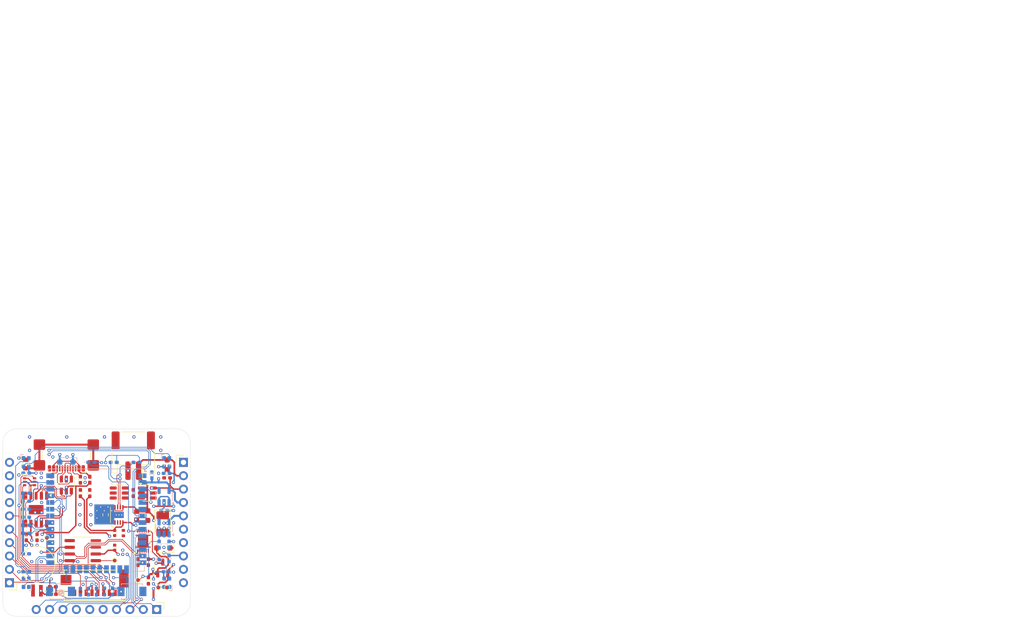
<source format=kicad_pcb>
(kicad_pcb (version 20241229) (generator "pcbnew") (generator_version "9.0")
  (layers (0 "F.Cu" signal) (4 "In1.Cu" signal) (6 "In2.Cu" signal) (2 "B.Cu" signal) (13 "F.Paste" user) (15 "B.Paste" user) (5 "F.SilkS" user "F.Silkscreen") (7 "B.SilkS" user "B.Silkscreen") (1 "F.Mask" user) (3 "B.Mask" user) (25 "Edge.Cuts" user))
  (net 0 "")
  (net 1 "GND")
  (net 2 "Net-(U2-VBAT)")
  (net 3 "/RST")
  (net 4 "/BOOT")
  (net 5 "+3V3")
  (net 6 "VIN")
  (net 7 "+3V30")
  (net 8 "Net-(U5-V_{DD})")
  (net 9 "VBAT0+")
  (net 10 "Net-(U7-VCC)")
  (net 11 "VBAT-")
  (net 12 "VIN0")
  (net 13 "Net-(U9-V3)")
  (net 14 "VUSB")
  (net 15 "Net-(D1-K)")
  (net 16 "Net-(D2-A)")
  (net 17 "/GPOUT")
  (net 18 "/LED")
  (net 19 "Net-(D3-A)")
  (net 20 "Net-(D4-DOUT)")
  (net 21 "/RGB_DIN")
  (net 22 "Net-(D5-DOUT)")
  (net 23 "Net-(D6-DOUT)")
  (net 24 "Net-(D7-DOUT)")
  (net 25 "Net-(D10-A)")
  (net 26 "Net-(D9-K)")
  (net 27 "Net-(D10-K)")
  (net 28 "VUSB0")
  (net 29 "/SPI_MISO")
  (net 30 "/SPI_SS")
  (net 32 "/SPI_MOSI")
  (net 33 "/SPI_SCK")
  (net 35 "/UART0_TX")
  (net 36 "/UART0_RX")
  (net 37 "/I2C_SCL")
  (net 38 "/I35")
  (net 39 "/I34")
  (net 40 "/I2C_SDA")
  (net 41 "/IO26")
  (net 42 "/JTAG_TMS")
  (net 43 "/IO33")
  (net 44 "/IO25")
  (net 45 "/JTAG_TDO")
  (net 46 "/IO32")
  (net 47 "/JTAG_TCK")
  (net 48 "/JTAG_TDI")
  (net 49 "/IO16")
  (net 50 "/IO17")
  (net 52 "/D_N")
  (net 53 "/D_P")
  (net 54 "Net-(J6-SHIELD)")
  (net 55 "Net-(J6-CC1)")
  (net 57 "Net-(J6-CC2)")
  (net 59 "Net-(Q1-G2)")
  (net 60 "Net-(Q1-G1)")
  (net 63 "VBAT+")
  (net 64 "/RTS")
  (net 65 "Net-(U5-BIN)")
  (net 66 "Net-(U7-CS)")
  (net 67 "Net-(U6-ISET)")
  (net 76 "/LDO_EN")
  (net 78 "/32K")
  (net 86 "/USB_N")
  (net 87 "/USB_P")
  (net 88 "/DTR")
  (footprint "Capacitor_SMD:C_0402_1005Metric_Pad0.74x0.62mm_HandSolder" (layer "F.Cu") (at 121.0312 104.2164 180)
    (property "Reference" "C11" (hide yes))
    (property "Value" "100nF" (hide yes))
  )
  (footprint "Capacitor_SMD:C_0402_1005Metric" (layer "F.Cu") (at 111.0744 117.4752 -90)
    (property "Reference" "C4" (hide yes))
    (property "Value" "100nF" (hide yes))
  )
  (footprint "Package_TO_SOT_SMD:SOT-23-6" (layer "F.Cu") (at 111.9325 107.089)
    (property "Reference" "Q1" (hide yes))
    (property "Value" "SL8205S" (hide yes))
  )
  (footprint "Capacitor_SMD:C_0402_1005Metric_Pad0.74x0.62mm_HandSolder" (layer "F.Cu") (at 115.494 120.2184 90)
    (property "Reference" "C9" (hide yes))
    (property "Value" "0.47uF" (hide yes))
  )
  (footprint "Resistor_SMD:R_0402_1005Metric_Pad0.72x0.64mm_HandSolder" (layer "F.Cu") (at 117.4752 123.7236 -90)
    (property "Reference" "R17" (hide yes))
    (property "Value" "1k" (hide yes))
  )
  (footprint "Package_TO_SOT_SMD:SOT-23-6" (layer "F.Cu") (at 101.905 105.588 -90)
    (property "Reference" "U8" (hide yes))
    (property "Value" "USBLC6-2SC6" (hide yes))
  )
  (footprint "Resistor_SMD:R_0603_1608Metric_Pad0.98x0.95mm_HandSolder" (layer "F.Cu") (at 117.3736 111.3792 -90)
    (property "Reference" "R13" (hide yes))
    (property "Value" "0.01" (hide yes))
  )
  (footprint "Diode_SMD:D_SOD-323_HandSoldering" (layer "F.Cu") (at 120.32 117.526 180)
    (property "Reference" "D8" (hide yes))
    (property "Value" "BAT60A" (hide yes))
  )
  (footprint "lib:TestPoint_Pad_D0.7mm" (layer "F.Cu") (at 98.222 115.5956)
    (property "Reference" "TP1" (hide yes))
    (property "Value" "VBACKUP" (hide yes))
  )
  (footprint "Capacitor_SMD:C_0603_1608Metric" (layer "F.Cu") (at 115.24 111.3792 90)
    (property "Reference" "C17" (hide yes))
    (property "Value" "10uF")
  )
  (footprint "Resistor_SMD:R_0603_1608Metric_Pad0.98x0.95mm_HandSolder" (layer "F.Cu") (at 121.0312 101.7272 -90)
    (property "Reference" "R15" (hide yes))
    (property "Value" "100" (hide yes))
  )
  (footprint "Resistor_SMD:R_0402_1005Metric" (layer "F.Cu") (at 112.7284 114.7012 90)
    (property "Reference" "R12" (hide yes))
    (property "Value" "10k" (hide yes))
  )
  (footprint "MountingHole:MountingHole_2.2mm_M2" (layer "F.Cu") (at 122.86 97.46)
    (property "Reference" "H2" (hide yes))
    (property "Value" "M2-Mount-Hole" (hide yes))
  )
  (footprint "lib:microSD_CARD_HYC80-TF08-xxx" (layer "F.Cu") (at 107.32601 124.6011 180)
    (property "Reference" "J1" (hide yes))
    (property "Value" "HYC80-TF08-375" (hide yes))
  )
  (footprint "Capacitor_SMD:C_0402_1005Metric_Pad0.74x0.62mm_HandSolder" (layer "F.Cu") (at 96.3424 115.494 -90)
    (property "Reference" "C19" (hide yes))
    (property "Value" "100nF" (hide yes))
  )
  (footprint "Package_TO_SOT_SMD:SOT-23-3" (layer "F.Cu") (at 120.193 121.336 90)
    (property "Reference" "Q2" (hide yes))
    (property "Value" "CJ2301" (hide yes))
  )
  (footprint "Capacitor_SMD:C_0402_1005Metric_Pad0.74x0.62mm_HandSolder" (layer "F.Cu") (at 94.3104 115.494 90)
    (property "Reference" "C20" (hide yes))
    (property "Value" "1uF" (hide yes))
  )
  (footprint "Connector_PinHeader_2.54mm:PinHeader_1x10_P2.54mm_Vertical" (layer "F.Cu") (at 124.13 101.27)
    (property "Reference" "J4" (hide yes))
    (property "Value" "Conn_01x10_Pin" (hide yes))
  )
  (footprint "Capacitor_SMD:C_0402_1005Metric" (layer "F.Cu") (at 111.0744 114.6812 -90)
    (property "Reference" "C18" (hide yes))
    (property "Value" "1uF" (hide yes))
  )
  (footprint "Capacitor_SMD:C_0402_1005Metric_Pad0.74x0.62mm_HandSolder" (layer "F.Cu") (at 117.4752 120.2184 90)
    (property "Reference" "C10" (hide yes))
    (property "Value" "1uF" (hide yes))
  )
  (footprint "MountingHole:MountingHole_2.2mm_M2" (layer "F.Cu") (at 92.38 97.46)
    (property "Reference" "H3" (hide yes))
    (property "Value" "M2-Mount-Hole" (hide yes))
  )
  (footprint "Fuse:Fuse_0402_1005Metric_Pad0.77x0.64mm_HandSolder" (layer "F.Cu") (at 106.35 104.572 -90)
    (property "Reference" "F1" (hide yes))
    (property "Value" "BSMD0402L-035" (hide yes))
  )
  (footprint "Resistor_SMD:R_0603_1608Metric" (layer "F.Cu") (at 109.3472 111.2268 90)
    (property "Reference" "R18" (hide yes))
    (property "Value" "3.9k")
  )
  (footprint "Resistor_SMD:R_0603_1608Metric" (layer "F.Cu") (at 94.158 101.5748 90)
    (property "Reference" "R20" (hide yes))
    (property "Value" "1M")
  )
  (footprint "Package_TO_SOT_SMD:SOT-23-6" (layer "F.Cu") (at 117.272 107.089)
    (property "Reference" "U7" (hide yes))
    (property "Value" "DW01A" (hide yes))
  )
  (footprint "Connector_PinHeader_2.54mm:PinHeader_1x10_P2.54mm_Vertical" (layer "F.Cu") (at 119.05 129.21 -90)
    (property "Reference" "J3" (hide yes))
    (property "Value" "Conn_01x10_Pin" (hide yes))
  )
  (footprint "Resistor_SMD:R_0402_1005Metric_Pad0.72x0.64mm_HandSolder" (layer "F.Cu") (at 106.35 107.112 90)
    (property "Reference" "R19" (hide yes))
    (property "Value" "3k" (hide yes))
  )
  (footprint "Resistor_SMD:R_0402_1005Metric_Pad0.72x0.64mm_HandSolder" (layer "F.Cu") (at 99.111 104.572 -90)
    (property "Reference" "R22" (hide yes))
    (property "Value" "5.1k" (hide yes))
  )
  (footprint "Package_TO_SOT_SMD:SOT-363_SC-70-6" (layer "F.Cu") (at 94.92 104.953)
    (property "Reference" "Q3" (hide yes))
    (property "Value" "UMH3N" (hide yes))
  )
  (footprint "Package_SO:SOIC-8_3.9x4.9mm_P1.27mm" (layer "F.Cu") (at 105.018 118.034 180)
    (property "Reference" "U2" (hide yes))
    (property "Value" "DS3231MZ" (hide yes))
  )
  (footprint "lib:BAT_MS621FE-SMD" (layer "F.Cu") (at 96.329 120.604 -90)
    (property "Reference" "B1" (hide yes))
    (property "Value" "MS621FE" (hide yes))
  )
  (footprint "MountingHole:MountingHole_2.2mm_M2" (layer "F.Cu") (at 92.38 127.94)
    (property "Reference" "H1" (hide yes))
    (property "Value" "M2-Mount-Hole" (hide yes))
  )
  (footprint "Capacitor_Tantalum_SMD:CP_EIA-3528-12_Kemet-T_HandSolder" (layer "F.Cu") (at 120.193 112.954 -90)
    (property "Reference" "C16" (hide yes))
    (property "Value" "100uF/6.3V" (hide yes))
  )
  (footprint "Connector_PinHeader_2.54mm:PinHeader_1x10_P2.54mm_Vertical" (layer "F.Cu") (at 91.11 124.13 180)
    (property "Reference" "J2" (hide yes))
    (property "Value" "Conn_01x10_Pin" (hide yes))
  )
  (footprint "MountingHole:MountingHole_2.2mm_M2" (layer "F.Cu") (at 122.86 127.94)
    (property "Reference" "H4" (hide yes))
    (property "Value" "M2-Mount-Hole" (hide yes))
  )
  (footprint "lib:TestPoint_Pad_D0.7mm" (layer "F.Cu") (at 119.3548 125.0444)
    (property "Reference" "TP5" (hide yes))
    (property "Value" "VIN" (hide yes))
  )
  (footprint "lib:DFN-8-1EP_3x3mm_P0.5mm_EP1.65x2.38mm_ThermalVias" (layer "F.Cu") (at 111.887 111.243 90)
    (property "Reference" "U6" (hide yes))
    (property "Value" "CN3165" (hide yes))
  )
  (footprint "Resistor_SMD:R_0402_1005Metric_Pad0.72x0.64mm_HandSolder" (layer "F.Cu") (at 104.572 104.572 -90)
    (property "Reference" "R21" (hide yes))
    (property "Value" "5.1k" (hide yes))
  )
  (footprint "lib:TestPoint_Pad_D0.7mm" (layer "F.Cu") (at 121.0312 125.0444)
    (property "Reference" "TP6" (hide yes))
    (property "Value" "GND" (hide yes))
  )
  (footprint "Connector_USB:USB_C_Receptacle_GCT_USB4110" (layer "F.Cu") (at 101.905 98.73 180)
    (property "Reference" "J6" (hide yes))
    (property "Value" "TYPEC-304S-ACP16" (hide yes))
  )
  (footprint "Connector_JST:JST_PH_S2B-PH-SM4-TB_1x02-1MP_P2.00mm_Horizontal" (layer "F.Cu") (at 114.605 100 180)
    (property "Reference" "J5" (hide yes))
    (property "Value" "JST_PH 2.0mm" (hide yes))
  )
  (footprint "lib:TestPoint_Pad_D0.7mm" (layer "F.Cu") (at 115.494 123.622)
    (property "Reference" "TP3" (hide yes))
    (property "Value" "LDO_EN" (hide yes))
  )
  (footprint "Resistor_SMD:R_0402_1005Metric_Pad0.72x0.64mm_HandSolder" (layer "F.Cu") (at 99.3396 126.3144)
    (property "Reference" "R9" (hide yes))
    (property "Value" "300" (hide yes))
  )
  (footprint "Resistor_SMD:R_0402_1005Metric_Pad0.72x0.64mm_HandSolder" (layer "F.Cu") (at 114.605 107.089 -90)
    (property "Reference" "R14" (hide yes))
    (property "Value" "1k" (hide yes))
  )
  (footprint "Package_SON:Texas_S-PDSO-N12" (layer "F.Cu") (at 116.4655 116.238 90)
    (property "Reference" "U5" (hide yes))
    (property "Value" "BQ27441DRZR-G1B" (hide yes))
  )
  (footprint "Diode_SMD:D_0402_1005Metric_Pad0.77x0.64mm_HandSolder" (layer "F.Cu") (at 99.3396 124.892 180)
    (property "Reference" "D1" (hide yes))
    (property "Value" "BAT54LP" (hide yes))
  )
  (footprint "Package_SO:SSOP-10-1EP_3.9x4.9mm_P1mm_EP2.1x3.3mm" (layer "F.Cu") (at 96.174 110.2575 -90)
    (property "Reference" "U9" (hide yes))
    (property "Value" "CH340K" (hide yes))
  )
  (footprint "Resistor_SMD:R_0402_1005Metric_Pad0.72x0.64mm_HandSolder" (layer "F.Cu") (at 104.572 107.112 90)
    (property "Reference" "R10" (hide yes))
    (property "Value" "1k" (hide yes))
  )
  (footprint "lib:TestPoint_Pad_D0.7mm" (layer "F.Cu") (at 111.0744 119.9136)
    (property "Reference" "TP4" (hide yes))
    (property "Value" "32K" (hide yes))
  )
  (footprint "Diode_SMD:D_SOD-323_HandSoldering" (layer "B.Cu") (at 101.905 101.2192 180)
    (property "Reference" "D11" (hide yes))
    (property "Value" "BAT60A" (hide yes))
  )
  (footprint "lib:LED_SK6812_EC20_20x20mm" (layer "B.Cu") (at 120.963 124.13 90)
    (property "Reference" "D7" (hide yes))
    (property "Value" "SK6812" (hide yes))
  )
  (footprint "Resistor_SMD:R_0402_1005Metric_Pad0.72x0.64mm_HandSolder" (layer "B.Cu") (at 104.572 125.8318 -90)
    (property "Reference" "R2" (hide yes))
    (property "Value" "10k")
  )
  (footprint "Resistor_SMD:R_0402_1005Metric_Pad0.72x0.64mm_HandSolder" (layer "B.Cu") (at 94.262 111.684)
    (property "Reference" "R8" (hide yes))
    (property "Value" "10k")
  )
  (footprint "LED_SMD:LED_0402_1005Metric_Pad0.77x0.64mm_HandSolder" (layer "B.Cu") (at 110.8965 101.27)
    (property "Reference" "D10" (hide yes))
    (property "Value" "Green" (hide yes))
  )
  (footprint "Capacitor_SMD:C_0402_1005Metric_Pad0.74x0.62mm_HandSolder" (layer "B.Cu") (at 94.285 122.0472 180)
    (property "Reference" "C13" (hide yes))
    (property "Value" "100nF" (hide yes))
  )
  (footprint "lib:LED_SK6812_EC20_20x20mm" (layer "B.Cu") (at 120.955 101.27 -90)
    (property "Reference" "D6" (hide yes))
    (property "Value" "SK6812" (hide yes))
  )
  (footprint "lib:LED_SK6812_EC20_20x20mm" (layer "B.Cu") (at 94.285 124.13 90)
    (property "Reference" "D4" (hide yes))
    (property "Value" "SK6812" (hide yes))
  )
  (footprint "Resistor_SMD:R_0402_1005Metric_Pad0.72x0.64mm_HandSolder" (layer "B.Cu") (at 119.5072 116.8856 -90)
    (property "Reference" "R11" (hide yes))
    (property "Value" "100k")
  )
  (footprint "LED_SMD:LED_0402_1005Metric_Pad0.77x0.64mm_HandSolder" (layer "B.Cu") (at 115.2145 101.27)
    (property "Reference" "D9" (hide yes))
    (property "Value" "Blue" (hide yes))
  )
  (footprint "Resistor_SMD:R_0402_1005Metric_Pad0.72x0.64mm_HandSolder" (layer "B.Cu") (at 94.262 107.112)
    (property "Reference" "R6" (hide yes))
    (property "Value" "10k")
  )
  (footprint "Capacitor_SMD:C_0402_1005Metric_Pad0.74x0.62mm_HandSolder" (layer "B.Cu") (at 120.4724 110.414)
    (property "Reference" "C5" (hide yes))
    (property "Value" "1uF")
  )
  (footprint "LED_SMD:LED_0402_1005Metric_Pad0.77x0.64mm_HandSolder" (layer "B.Cu") (at 106.642 101.27)
    (property "Reference" "D2" (hide yes))
    (property "Value" "Orange" (hide yes))
  )
  (footprint "Capacitor_SMD:C_0402_1005Metric_Pad0.74x0.62mm_HandSolder" (layer "B.Cu") (at 106.096 125.8168 90)
    (property "Reference" "C3" (hide yes))
    (property "Value" "100nF")
  )
  (footprint "Resistor_SMD:R_0402_1005Metric_Pad0.72x0.64mm_HandSolder" (layer "B.Cu") (at 110.668 125.7693 90)
    (property "Reference" "R1" (hide yes))
    (property "Value" "10k")
  )
  (footprint "lib:SW_2P_TS-1088-AR02016 3x4x2.5mm" (layer "B.Cu") (at 100.803 125.781)
    (property "Reference" "SW2" (hide yes))
    (property "Value" "SW_Push" (hide yes))
  )
  (footprint "Capacitor_SMD:C_0402_1005Metric_Pad0.74x0.62mm_HandSolder" (layer "B.Cu") (at 121.3868 119.53 90)
    (property "Reference" "C1" (hide yes))
    (property "Value" "100nF")
  )
  (footprint "Package_TO_SOT_SMD:SOT-23-5" (layer "B.Cu") (at 120.447 113.7215 90)
    (property "Reference" "U3" (hide yes))
    (property "Value" "XC6220B331MR" (hide yes))
  )
  (footprint "Capacitor_SMD:C_0402_1005Metric_Pad0.74x0.62mm_HandSolder" (layer "B.Cu") (at 118.1356 103.7084 -90)
    (property "Reference" "C8" (hide yes))
    (property "Value" "4.7uF" (hide yes))
  )
  (footprint "Capacitor_SMD:C_0402_1005Metric_Pad0.74x0.62mm_HandSolder" (layer "B.Cu") (at 94.265 118.6436 180)
    (property "Reference" "C6" (hide yes))
    (property "Value" "4.7uF" (hide yes))
  )
  (footprint "Resistor_SMD:R_0402_1005Metric_Pad0.72x0.64mm_HandSolder" (layer "B.Cu") (at 94.285 114.732)
    (property "Reference" "R5" (hide yes))
    (property "Value" "10k")
  )
  (footprint "lib:SW_2P_TS-1088-AR02016 3x4x2.5mm" (layer "B.Cu") (at 114.351 125.781 180)
    (property "Reference" "SW1" (hide yes))
    (property "Value" "SW_Push" (hide yes))
  )
  (footprint "LED_SMD:LED_0402_1005Metric_Pad0.77x0.64mm_HandSolder" (layer "B.Cu") (at 107.62 125.8198 -90)
    (property "Reference" "D3" (hide yes))
    (property "Value" "White")
  )
  (footprint "Resistor_SMD:R_0402_1005Metric_Pad0.72x0.64mm_HandSolder" (layer "B.Cu") (at 109.144 125.7843 -90)
    (property "Reference" "R16" (hide yes))
    (property "Value" "1k")
  )
  (footprint "Resistor_SMD:R_0402_1005Metric_Pad0.72x0.64mm_HandSolder" (layer "B.Cu") (at 94.262 110.16)
    (property "Reference" "R4" (hide yes))
    (property "Value" "10k")
  )
  (footprint "lib:ESP32-WROOM-32UE" (layer "B.Cu") (at 107.607 112.22 180)
    (property "Reference" "U1" (hide yes))
    (property "Value" "ESP32-WROOM-32UE")
  )
  (footprint "lib:TestPoint_Pad_D0.7mm" (layer "B.Cu") (at 119.5072 119.7104 180)
    (property "Reference" "TP2" (hide yes))
    (property "Value" "RGB_DOUT" (hide yes))
  )
  (footprint "Capacitor_SMD:C_0402_1005Metric_Pad0.74x0.62mm_HandSolder" (layer "B.Cu") (at 94.3104 103.302)
    (property "Reference" "C15" (hide yes))
    (property "Value" "100nF" (hide yes))
  )
  (footprint "Resistor_SMD:R_0402_1005Metric_Pad0.72x0.64mm_HandSolder" (layer "B.Cu") (at 94.262 113.208)
    (property "Reference" "R7" (hide yes))
    (property "Value" "10k")
  )
  (footprint "Capacitor_SMD:C_0402_1005Metric_Pad0.74x0.62mm_HandSolder" (layer "B.Cu") (at 120.9296 103.3528)
    (property "Reference" "C12" (hide yes))
    (property "Value" "100nF" (hide yes))
  )
  (footprint "Package_TO_SOT_SMD:SOT-23-5" (layer "B.Cu") (at 120.447 107.7525 90)
    (property "Reference" "U4" (hide yes))
    (property "Value" "XC6220B331MR" (hide yes))
  )
  (footprint "lib:LED_SK6812_EC20_20x20mm" (layer "B.Cu") (at 94.285 101.27 -90)
    (property "Reference" "D5" (hide yes))
    (property "Value" "SK6812" (hide yes))
  )
  (footprint "Resistor_SMD:R_0402_1005Metric_Pad0.72x0.64mm_HandSolder" (layer "B.Cu") (at 94.262 108.636)
    (property "Reference" "R3" (hide yes))
    (property "Value" "10k")
  )
  (footprint "Capacitor_SMD:C_0402_1005Metric_Pad0.74x0.62mm_HandSolder" (layer "B.Cu") (at 121.3868 116.8656 90)
    (property "Reference" "C7" (hide yes))
    (property "Value" "1uF")
  )
  (footprint "Capacitor_SMD:C_0402_1005Metric_Pad0.74x0.62mm_HandSolder" (layer "B.Cu") (at 120.9296 122.0472 180)
    (property "Reference" "C14" (hide yes))
    (property "Value" "100nF" (hide yes))
  )
  (gr_arc (start 122.86 94.92) (mid 124.656051 95.663949) (end 125.4 97.46) (stroke (width 0.05)) (layer "Edge.Cuts"))
  (gr_line (start 89.84 97.46) (end 89.84 127.94) (stroke (width 0.05)) (layer "Edge.Cuts"))
  (gr_arc (start 125.4 127.94) (mid 124.656051 129.736051) (end 122.86 130.48) (stroke (width 0.05)) (layer "Edge.Cuts"))
  (gr_arc (start 89.84 97.46) (mid 90.583949 95.663949) (end 92.38 94.92) (stroke (width 0.05)) (layer "Edge.Cuts"))
  (gr_line (start 125.4 97.46) (end 125.4 127.94) (stroke (width 0.05)) (layer "Edge.Cuts"))
  (gr_line (start 92.38 94.92) (end 122.86 94.92) (stroke (width 0.05)) (layer "Edge.Cuts"))
  (gr_line (start 122.86 130.48) (end 92.38 130.48) (stroke (width 0.05)) (layer "Edge.Cuts"))
  (gr_arc (start 92.38 130.48) (mid 90.583949 129.736051) (end 89.84 127.94) (stroke (width 0.05)) (layer "Edge.Cuts"))
  (gr_line (start 113.5 116) (end 113.5 116) (stroke (width 0.05)) (layer "Edge.Cuts"))
  (segment (start 108.8392 125.8982) (end 108.976 126.035) (width 0.254) (layer "F.Cu") (net 1))
  (segment (start 96.174 107.128) (end 97.0685 106.2335) (width 0.254) (layer "F.Cu") (net 1))
  (segment (start 96.174 107.62) (end 96.174 107.128) (width 0.254) (layer "F.Cu") (net 1))
  (segment (start 97.0685 106.2335) (end 97.0685 105.7763) (width 0.254) (layer "F.Cu") (net 1))
  (segment (start 94.3104 116.0615) (end 94.3699 116.0615) (width 0.254) (layer "F.Cu") (net 1))
  (segment (start 97.0685 105.7763) (end 97.1552 105.6896) (width 0.254) (layer "F.Cu") (net 1))
  (segment (start 108.8392 124.3332) (end 108.8392 125.8982) (width 0.254) (layer "F.Cu") (net 1))
  (segment (start 94.3699 116.0615) (end 95.3264 117.018) (width 0.254) (layer "F.Cu") (net 1))
  (via (at 112.5984 118.7452) (size 0.6) (drill 0.3) (layers "F.Cu" "B.Cu") (net 1))
  (via (at 92.888 103.6576) (size 0.6096) (drill 0.3048) (layers "F.Cu" "B.Cu") (net 1))
  (via (at 104.4704 111.2268) (size 0.6096) (drill 0.3048) (layers "F.Cu" "B.Cu") (net 1))
  (via (at 105.08 124.4348) (size 0.6) (drill 0.3) (layers "F.Cu" "B.Cu") (net 1))
  (via (at 120.4724 113.7668) (size 0.6) (drill 0.3) (layers "F.Cu" "B.Cu") (net 1))
  (via (at 95.9868 110.7696) (size 0.6) (drill 0.3) (layers "F.Cu" "B.Cu") (net 1))
  (via (at 121.3868 113.7668) (size 0.6) (drill 0.3) (layers "F.Cu" "B.Cu") (net 1))
  (via (at 120.4216 108.9408) (size 0.6) (drill 0.3) (layers "F.Cu" "B.Cu") (net 1))
  (via (at 115.0876 112.0904) (size 0.6) (drill 0.3) (layers "F.Cu" "B.Cu") (net 1))
  (via (at 119.4056 103.3528) (size 0.6) (drill 0.3) (layers "F.Cu" "B.Cu") (net 1))
  (via (at 120.4216 117.4244) (size 0.6) (drill 0.3) (layers "F.Cu" "B.Cu") (net 1))
  (via (at 95.3312 120.1168) (size 0.6096) (drill 0.3048) (layers "F.Cu" "B.Cu") (net 1))
  (via (at 122.2504 122.1209) (size 0.6) (drill 0.3) (layers "F.Cu" "B.Cu") (net 1))
  (via (at 104.4704 109.2964) (size 0.6096) (drill 0.3048) (layers "F.Cu" "B.Cu") (net 1))
  (via (at 95.3264 117.018) (size 0.6) (drill 0.3) (layers "F.Cu" "B.Cu") (net 1))
  (via (at 96.3424 117.018) (size 0.6) (drill 0.3) (layers "F.Cu" "B.Cu") (net 1))
  (via (at 102.032 100.254) (size 0.6) (drill 0.3) (layers "F.Cu" "B.Cu") (net 1))
  (via (at 94.92 98.984) (size 0.6096) (drill 0.3048) (layers "F.Cu" "B.Cu") (net 1))
  (via (at 97.1552 103.302) (size 0.6) (drill 0.3) (layers "F.Cu" "B.Cu") (net 1))
  (via (at 106.5532 113.1064) (size 0.6096) (drill 0.3048) (layers "F.Cu" "B.Cu") (net 1))
  (via (at 97.1552 105.6896) (size 0.6) (drill 0.3) (layers "F.Cu" "B.Cu") (net 1))
  (via (at 99.3396 100.254) (size 0.6) (drill 0.3) (layers "F.Cu" "B.Cu") (net 1))
  (via (at 105.461 105.08) (size 0.6096) (drill 0.3048) (layers "F.Cu" "B.Cu") (net 1))
  (via (at 101.9812 96.444) (size 0.6096) (drill 0.3048) (layers "F.Cu" "B.Cu") (net 1))
  (via (at 119.4564 113.7668) (size 0.6) (drill 0.3) (layers "F.Cu" "B.Cu") (net 1))
  (via (at 97.206 110.7696) (size 0.6) (drill 0.3) (layers "F.Cu" "B.Cu") (net 1))
  (via (at 97.16 120.1168) (size 0.6096) (drill 0.3048) (layers "F.Cu" "B.Cu") (net 1))
  (via (at 105.461 104.191) (size 0.6096) (drill 0.3048) (layers "F.Cu" "B.Cu") (net 1))
  (via (at 92.888 100.4572) (size 0.6096) (drill 0.3048) (layers "F.Cu" "B.Cu") (net 1))
  (via (at 108.8392 124.3332) (size 0.6) (drill 0.3) (layers "F.Cu" "B.Cu") (net 1))
  (via (at 109.144 96.444) (size 0.6096) (drill 0.3048) (layers "F.Cu" "B.Cu") (net 1))
  (via (at 114.732 96.444) (size 0.6096) (drill 0.3048) (layers "F.Cu" "B.Cu") (net 1))
  (via (at 106.5532 111.2268) (size 0.6096) (drill 0.3048) (layers "F.Cu" "B.Cu") (net 1))
  (via (at 119.812 98.984) (size 0.6096) (drill 0.3048) (layers "F.Cu" "B.Cu") (net 1))
  (via (at 94.92 96.444) (size 0.6096) (drill 0.3048) (layers "F.Cu" "B.Cu") (net 1))
  (via (at 101.905 104.4505) (size 0.6096) (drill 0.3048) (layers "F.Cu" "B.Cu") (net 1))
  (via (at 106.5532 109.2964) (size 0.6096) (drill 0.3048) (layers "F.Cu" "B.Cu") (net 1))
  (via (at 97.206 108.89) (size 0.6) (drill 0.3) (layers "F.Cu" "B.Cu") (net 1))
  (via (at 119.812 96.444) (size 0.6096) (drill 0.3048) (layers "F.Cu" "B.Cu") (net 1))
  (via (at 97.1552 104.1656) (size 0.6) (drill 0.3) (layers "F.Cu" "B.Cu") (net 1))
  (via (at 104.4704 113.1064) (size 0.6096) (drill 0.3048) (layers "F.Cu" "B.Cu") (net 1))
  (via (at 97.3076 116.1036) (size 0.6) (drill 0.3) (layers "F.Cu" "B.Cu") (net 1))
  (segment (start 120.447 109.8719) (end 119.9049 110.414) (width 0.254) (layer "B.Cu") (net 1))
  (segment (start 120.447 108.89) (end 120.447 109.8719) (width 0.254) (layer "B.Cu") (net 1))
  (segment (start 97.7394 126.3144) (end 97.079 125.654) (width 0.254) (layer "F.Cu") (net 2))
  (segment (start 99.6952 118.3388) (end 98.3744 118.3388) (width 0.1778) (layer "F.Cu") (net 2))
  (segment (start 100.635 117.399) (end 99.6952 118.3388) (width 0.1778) (layer "F.Cu") (net 2))
  (segment (start 98.222 115.6464) (end 98.222 118.288) (width 0.1778) (layer "F.Cu") (net 2))
  (segment (start 102.543 117.399) (end 100.635 117.399) (width 0.1778) (layer "F.Cu") (net 2))
  (segment (start 98.3744 115.494) (end 98.222 115.6464) (width 0.1778) (layer "F.Cu") (net 2))
  (segment (start 98.1712 118.3388) (end 98.3744 118.3388) (width 0.1778) (layer "F.Cu") (net 2))
  (segment (start 98.222 118.288) (end 98.1712 118.3388) (width 0.1778) (layer "F.Cu") (net 2))
  (segment (start 98.7421 126.3144) (end 97.7394 126.3144) (width 0.254) (layer "F.Cu") (net 2))
  (segment (start 98.3744 118.3388) (end 97.1552 118.3388) (width 0.1778) (layer "F.Cu") (net 2))
  (via (at 97.0536 125.654) (size 0.6) (drill 0.3) (layers "F.Cu" "B.Cu") (net 2))
  (via (at 97.1552 118.3388) (size 0.6) (drill 0.3) (layers "F.Cu" "B.Cu") (net 2))
  (segment (start 93.5033 109.1729) (end 93.5033 109.84284) (width 0.127) (layer "F.Cu") (net 3))
  (segment (start 95.4055 103.8385) (end 93.591248 103.8385) (width 0.127) (layer "F.Cu") (net 3))
  (segment (start 94.955448 121.04) (end 107.3748 121.04) (width 0.127) (layer "F.Cu") (net 3))
  (segment (start 93.2668 110.07934) (end 93.2668 119.351352) (width 0.127) (layer "F.Cu") (net 3))
  (segment (start 93.2815 104.148248) (end 93.2815 108.9511) (width 0.127) (layer "F.Cu") (net 3))
  (segment (start 93.5033 109.84284) (end 93.2668 110.07934) (width 0.127) (layer "F.Cu") (net 3))
  (segment (start 93.591248 103.8385) (end 93.2815 104.148248) (width 0.127) (layer "F.Cu") (net 3))
  (segment (start 109.4488 123.114) (end 109.4488 123.1648) (width 0.127) (layer "F.Cu") (net 3))
  (segment (start 107.3748 121.04) (end 109.4488 123.114) (width 0.127) (layer "F.Cu") (net 3))
  (segment (start 93.2668 119.351352) (end 94.955448 121.04) (width 0.127) (layer "F.Cu") (net 3))
  (segment (start 93.2815 108.9511) (end 93.5033 109.1729) (width 0.127) (layer "F.Cu") (net 3))
  (segment (start 95.87 104.303) (end 95.4055 103.8385) (width 0.127) (layer "F.Cu") (net 3))
  (via (at 117.9371 108.839) (size 0.6) (drill 0.3) (layers "F.Cu" "B.Cu") (net 3))
  (via (at 112.2936 125.8064) (size 0.6) (drill 0.3) (layers "F.Cu" "B.Cu") (net 3))
  (via (at 109.4488 123.1648) (size 0.6) (drill 0.3) (layers "F.Cu" "B.Cu") (net 3))
  (via (at 120.4216 118.4404) (size 0.6) (drill 0.3) (layers "F.Cu" "B.Cu") (net 3))
  (segment (start 109.4488 123.1648) (end 109.4488 123.9268) (width 0.127) (layer "B.Cu") (net 3))
  (segment (start 109.4488 123.9268) (end 110.668 125.146) (width 0.127) (layer "B.Cu") (net 3))
  (segment (start 117.9371 108.839) (end 117.9371 106.9135) (width 0.127) (layer "B.Cu") (net 3))
  (segment (start 120.4216 118.4404) (end 120.8647 118.4404) (width 0.127) (layer "B.Cu") (net 3))
  (segment (start 117.3736 106.35) (end 116.357 106.35) (width 0.127) (layer "B.Cu") (net 3))
  (segment (start 124.0425 118.9625) (end 124.13 119.05) (width 0.254) (layer "B.Cu") (net 3))
  (segment (start 121.3868 118.9625) (end 124.0425 118.9625) (width 0.254) (layer "B.Cu") (net 3))
  (segment (start 110.668 125.146) (end 110.668 125.1718) (width 0.127) (layer "B.Cu") (net 3))
  (segment (start 120.8647 118.4404) (end 121.3868 118.9625) (width 0.127) (layer "B.Cu") (net 3))
  (segment (start 111.6668 125.1718) (end 112.276 125.781) (width 0.1778) (layer "B.Cu") (net 3))
  (segment (start 117.9371 106.9135) (end 117.3736 106.35) (width 0.127) (layer "B.Cu") (net 3))
  (segment (start 110.668 125.1718) (end 111.6668 125.1718) (width 0.1778) (layer "B.Cu") (net 3))
  (segment (start 93.5948 119.21549) (end 93.5948 110.2152) (width 0.127) (layer "F.Cu") (net 4))
  (segment (start 93.8532 109.9568) (end 93.8532 109.0424) (width 0.127) (layer "F.Cu") (net 4))
  (segment (start 93.6095 105.9635) (end 93.97 105.603) (width 0.127) (layer "F.Cu") (net 4))
  (segment (start 106.2738 117.399) (end 106.0452 117.6276) (width 0.127) (layer "F.Cu") (net 4))
  (segment (start 106.0452 117.6276) (end 106.0452 120.712) (width 0.127) (layer "F.Cu") (net 4))
  (segment (start 106.0452 120.712) (end 108.266 120.712) (width 0.127) (layer "F.Cu") (net 4))
  (segment (start 93.5948 110.2152) (end 93.8532 109.9568) (width 0.127) (layer "F.Cu") (net 4))
  (segment (start 110.0584 122.5044) (end 110.0584 123.509333) (width 0.127) (layer "F.Cu") (net 4))
  (segment (start 95.09131 120.712) (end 93.5948 119.21549) (width 0.127) (layer "F.Cu") (net 4))
  (segment (start 106.0452 120.712) (end 95.09131 120.712) (width 0.127) (layer "F.Cu") (net 4))
  (segment (start 110.0584 123.509333) (end 110.864103 124.315036) (width 0.127) (layer "F.Cu") (net 4))
  (segment (start 93.8532 109.0424) (end 93.6095 108.7987) (width 0.127) (layer "F.Cu") (net 4))
  (segment (start 93.6095 108.7987) (end 93.6095 105.9635) (width 0.127) (layer "F.Cu") (net 4))
  (segment (start 108.266 120.712) (end 110.0584 122.5044) (width 0.127) (layer "F.Cu") (net 4))
  (segment (start 107.493 117.399) (end 106.2738 117.399) (width 0.127) (layer "F.Cu") (net 4))
  (via (at 110.864103 124.315036) (size 0.6) (drill 0.3) (layers "F.Cu" "B.Cu") (net 4))
  (segment (start 98.5268 120.32) (end 97.6864 119.4796) (width 0.127) (layer "B.Cu") (net 4))
  (segment (start 96.4948 123.7744) (end 96.8504 124.13) (width 0.127) (layer "B.Cu") (net 4))
  (segment (start 99.746 124.13) (end 100 124.384) (width 0.127) (layer "B.Cu") (net 4))
  (segment (start 100.3302 125.781) (end 102.878 125.781) (width 0.127) (layer "B.Cu") (net 4))
  (segment (start 97.6864 119.4796) (end 96.884662 119.4796) (width 0.127) (layer "B.Cu") (net 4))
  (segment (start 98.857 120.32) (end 98.5268 120.32) (width 0.127) (layer "B.Cu") (net 4))
  (segment (start 100 124.384) (end 100 125.4508) (width 0.127) (layer "B.Cu") (net 4))
  (segment (start 96.4948 119.869462) (end 96.4948 123.7744) (width 0.127) (layer "B.Cu") (net 4))
  (segment (start 96.8504 124.13) (end 99.746 124.13) (width 0.127) (layer "B.Cu") (net 4))
  (segment (start 96.884662 119.4796) (end 96.4948 119.869462) (width 0.127) (layer "B.Cu") (net 4))
  (segment (start 100 125.4508) (end 100.3302 125.781) (width 0.127) (layer "B.Cu") (net 4))
  (segment (start 107.493 118.669) (end 109.1186 118.669) (width 0.254) (layer "F.Cu") (net 5))
  (segment (start 109.1186 118.669) (end 109.8324 117.9552) (width 0.254) (layer "F.Cu") (net 5))
  (segment (start 111.0744 117.9552) (end 111.0744 118.0848) (width 0.254) (layer "F.Cu") (net 5))
  (segment (start 99.0348 123.4188) (end 98.7671 123.6865) (width 0.254) (layer "F.Cu") (net 5))
  (segment (start 106.775997 126.035) (end 106.775997 124.4463) (width 0.254) (layer "F.Cu") (net 5))
  (segment (start 109.8324 117.9552) (end 111.0744 117.9552) (width 0.254) (layer "F.Cu") (net 5))
  (segment (start 111.0744 118.0848) (end 111.7348 118.7452) (width 0.254) (layer "F.Cu") (net 5))
  (segment (start 106.775997 124.4463) (end 106.764497 124.4348) (width 0.254) (layer "F.Cu") (net 5))
  (segment (start 98.7671 123.6865) (end 98.7671 124.892) (width 0.254) (layer "F.Cu") (net 5))
  (via (at 118.4404 123.4188) (size 0.6) (drill 0.3) (layers "F.Cu" "B.Cu") (net 5))
  (via (at 96.1392 103.302) (size 0.6) (drill 0.3) (layers "F.Cu" "B.Cu") (net 5))
  (via (at 94.3104 117.018) (size 0.6) (drill 0.3) (layers "F.Cu" "B.Cu") (net 5))
  (via (at 111.7348 118.7452) (size 0.6) (drill 0.3) (layers "F.Cu" "B.Cu") (net 5))
  (via (at 121.0312 112.8016) (size 0.6) (drill 0.3) (layers "F.Cu" "B.Cu") (net 5))
  (via (at 92.888 122.0472) (size 0.6096) (drill 0.3048) (layers "F.Cu" "B.Cu") (net 5))
  (via (at 99.0348 123.4188) (size 0.6) (drill 0.3) (layers "F.Cu" "B.Cu") (net 5))
  (via (at 122.2257 105.08) (size 0.6) (drill 0.3) (layers "F.Cu" "B.Cu") (net 5))
  (via (at 120.4216 112.8016) (size 0.6) (drill 0.3) (layers "F.Cu" "B.Cu") (net 5))
  (via (at 106.764497 124.4348) (size 0.6) (drill 0.3) (layers "F.Cu" "B.Cu") (net 5))
  (segment (start 106.096 125.2493) (end 106.096 125.154097) (width 0.254) (layer "B.Cu") (net 5))
  (segment (start 106.096 125.154097) (end 106.764497 124.4856) (width 0.254) (layer "B.Cu") (net 5))
  (segment (start 121.455 102.07) (end 121.455 103.3107) (width 0.254) (layer "B.Cu") (net 5))
  (segment (start 93.6645 114.709) (end 93.6875 114.732) (width 0.381) (layer "B.Cu") (net 5))
  (segment (start 122.352 104.722438) (end 122.352 103.6068) (width 0.254) (layer "B.Cu") (net 5))
  (segment (start 121.2302 112.7508) (end 121.397 112.584) (width 0.254) (layer "B.Cu") (net 5))
  (segment (start 94.785 102.07) (end 94.785 103.2091) (width 0.254) (layer "B.Cu") (net 5))
  (segment (start 118.4404 123.4188) (end 118.4404 122.5044) (width 0.254) (layer "B.Cu") (net 5))
  (segment (start 94.8779 103.302) (end 96.1392 103.302) (width 0.254) (layer "B.Cu") (net 5))
  (segment (start 118.8976 122.0472) (end 120.3621 122.0472) (width 0.254) (layer "B.Cu") (net 5))
  (segment (start 120.4216 112.8016) (end 121.0312 112.8016) (width 0.381) (layer "B.Cu") (net 5))
  (segment (start 93.6875 118.6336) (end 93.6975 118.6436) (width 0.381) (layer "B.Cu") (net 5))
  (segment (start 122.352 111.43) (end 124.13 111.43) (width 0.381) (layer "B.Cu") (net 5))
  (segment (start 122.098 103.3528) (end 121.4971 103.3528) (width 0.254) (layer "B.Cu") (net 5))
  (segment (start 93.6645 107.112) (end 93.6645 114.709) (width 0.381) (layer "B.Cu") (net 5))
  (segment (start 118.4404 122.5044) (end 118.8976 122.0472) (width 0.254) (layer "B.Cu") (net 5))
  (segment (start 93.6875 114.732) (end 93.6875 117.0688) (width 0.381) (layer "B.Cu") (net 5))
  (segment (start 122.2257 104.848738) (end 122.352 104.722438) (width 0.254) (layer "B.Cu") (net 5))
  (segment (start 120.3708 122.0559) (end 120.3621 122.0472) (width 0.254) (layer "B.Cu") (net 5))
  (segment (start 122.352 103.6068) (end 122.098 103.3528) (width 0.254) (layer "B.Cu") (net 5))
  (segment (start 122.2257 105.08) (end 122.2257 104.848738) (width 0.254) (layer "B.Cu") (net 5))
  (segment (start 92.888 122.0472) (end 93.7175 122.0472) (width 0.381) (layer "B.Cu") (net 5))
  (segment (start 120.3708 123.2378) (end 120.3708 122.0559) (width 0.254) (layer "B.Cu") (net 5))
  (segment (start 93.6875 117.0688) (end 93.6875 118.6336) (width 0.381) (layer "B.Cu") (net 5))
  (segment (start 120.463 123.33) (end 120.3708 123.2378) (width 0.254) (layer "B.Cu") (net 5))
  (segment (start 121.455 103.3107) (end 121.4971 103.3528) (width 0.254) (layer "B.Cu") (net 5))
  (segment (start 94.785 103.2091) (end 94.8779 103.302) (width 0.254) (layer "B.Cu") (net 5))
  (segment (start 121.397 112.385) (end 122.352 111.43) (width 0.381) (layer "B.Cu") (net 5))
  (segment (start 94.3104 117.018) (end 93.7383 117.018) (width 0.381) (layer "B.Cu") (net 5))
  (segment (start 93.7383 117.018) (end 93.6875 117.0688) (width 0.381) (layer "B.Cu") (net 5))
  (segment (start 121.397 112.584) (end 121.397 112.385) (width 0.381) (layer "B.Cu") (net 5))
  (segment (start 121.143 121.837909) (end 121.143 122.4735) (width 0.3048) (layer "F.Cu") (net 6))
  (segment (start 122.2504 120.730509) (end 121.143 121.837909) (width 0.3048) (layer "F.Cu") (net 6))
  (segment (start 122.1996 117.526) (end 121.57 117.526) (width 0.254) (layer "F.Cu") (net 6))
  (segment (start 119.3548 124.384) (end 119.6596 124.0792) (width 0.3048) (layer "F.Cu") (net 6))
  (segment (start 120.6756 124.0792) (end 121.143 123.6118) (width 0.3048) (layer "F.Cu") (net 6))
  (segment (start 122.2504 120.6756) (end 122.2504 120.730509) (width 0.3048) (layer "F.Cu") (net 6))
  (segment (start 119.3548 125.0444) (end 119.3548 124.384) (width 0.3048) (layer "F.Cu") (net 6))
  (segment (start 122.3012 116.3068) (end 122.2504 116.3576) (width 0.254) (layer "F.Cu") (net 6))
  (segment (start 119.6596 124.0792) (end 120.6756 124.0792) (width 0.3048) (layer "F.Cu") (net 6))
  (segment (start 121.143 123.6118) (end 121.143 122.4735) (width 0.3048) (layer "F.Cu") (net 6))
  (via (at 122.2504 112.7508) (size 0.6) (drill 0.3) (layers "F.Cu" "B.Cu") (net 6))
  (via (at 122.2504 110.414) (size 0.6) (drill 0.3) (layers "F.Cu" "B.Cu") (net 6))
  (via (at 122.2504 116.3068) (size 0.6) (drill 0.3) (layers "F.Cu" "B.Cu") (net 6))
  (via (at 122.2504 120.6756) (size 0.6) (drill 0.3) (layers "F.Cu" "B.Cu") (net 6))
  (segment (start 119.812 107.7724) (end 121.1328 107.7724) (width 0.254) (layer "B.Cu") (net 6))
  (segment (start 121.0399 110.414) (end 122.2504 110.414) (width 0.381) (layer "B.Cu") (net 6))
  (segment (start 121.397 108.0366) (end 121.397 108.89) (width 0.254) (layer "B.Cu") (net 6))
  (segment (start 119.497 108.89) (end 119.497 108.0874) (width 0.254) (layer "B.Cu") (net 6))
  (segment (start 119.497 108.0874) (end 119.812 107.7724) (width 0.254) (layer "B.Cu") (net 6))
  (segment (start 122.2925 116.2981) (end 122.3012 116.3068) (width 0.254) (layer "B.Cu") (net 6))
  (segment (start 121.1328 107.7724) (end 121.397 108.0366) (width 0.254) (layer "B.Cu") (net 6))
  (segment (start 121.3868 116.2981) (end 122.2925 116.2981) (width 0.254) (layer "B.Cu") (net 6))
  (segment (start 118.4404 125.2429) (end 118.4404 127.2796) (width 0.381) (layer "F.Cu") (net 7))
  (via (at 101.1684 126.416) (size 0.6) (drill 0.3) (layers "F.Cu" "B.Cu") (net 7))
  (via (at 118.4404 127.2796) (size 0.6) (drill 0.3) (layers "F.Cu" "B.Cu") (net 7))
  (via (at 119.4056 104.3688) (size 0.6) (drill 0.3) (layers "F.Cu" "B.Cu") (net 7))
  (via (at 118.4404 125.2429) (size 0.6) (drill 0.3) (layers "F.Cu" "B.Cu") (net 7))
  (segment (start 101.8385 127.0861) (end 109.9568 127.0861) (width 0.1778) (layer "B.Cu") (net 7))
  (segment (start 119.4056 105.08) (end 119.4056 104.3688) (width 0.381) (layer "B.Cu") (net 7))
  (segment (start 118.1356 104.2759) (end 118.1356 105.08) (width 0.381) (layer "B.Cu") (net 7))
  (segment (start 101.1684 126.416) (end 101.8385 127.0861) (width 0.1778) (layer "B.Cu") (net 7))
  (segment (start 119.4056 105.08) (end 120.9296 105.08) (width 0.381) (layer "B.Cu") (net 7))
  (segment (start 109.9568 127.0861) (end 109.9568 127.078) (width 0.1778) (layer "B.Cu") (net 7))
  (segment (start 122.109 106.615) (end 122.5044 107.0104) (width 0.381) (layer "B.Cu") (net 7))
  (segment (start 121.397 106.615) (end 122.109 106.615) (width 0.381) (layer "B.Cu") (net 7))
  (segment (start 122.9616 108.89) (end 124.13 108.89) (width 0.381) (layer "B.Cu") (net 7))
  (segment (start 122.5044 107.0104) (end 122.5044 108.4328) (width 0.381) (layer "B.Cu") (net 7))
  (segment (start 118.1356 105.08) (end 119.4056 105.08) (width 0.381) (layer "B.Cu") (net 7))
  (segment (start 120.9296 105.08) (end 121.397 105.5474) (width 0.381) (layer "B.Cu") (net 7))
  (segment (start 121.397 105.5474) (end 121.397 106.615) (width 0.381) (layer "B.Cu") (net 7))
  (segment (start 109.9568 127.078) (end 110.668 126.3668) (width 0.1778) (layer "B.Cu") (net 7))
  (segment (start 122.5044 108.4328) (end 122.9616 108.89) (width 0.381) (layer "B.Cu") (net 7))
  (segment (start 116.357 105.08) (end 118.1356 105.08) (width 0.381) (layer "B.Cu") (net 7))
  (segment (start 115.24 110.6042) (end 115.24 110.2108) (width 0.254) (layer "F.Cu") (net 9))
  (segment (start 118.4317 119.6509) (end 118.4404 119.6596) (width 0.381) (layer "F.Cu") (net 9))
  (segment (start 117.3736 110.4667) (end 117.2231 110.6172) (width 0.3302) (layer "F.Cu") (net 9))
  (segment (start 115.605 101.6162) (end 115.605 102.85) (width 0.3302) (layer "F.Cu") (net 9))
  (segment (start 122.4028 103.4036) (end 122.4028 101.27) (width 0.3302) (layer "F.Cu") (net 9))
  (segment (start 122.8092 103.81) (end 122.4028 103.4036) (width 0.3302) (layer "F.Cu") (net 9))
  (segment (start 124.13 103.81) (end 122.8092 103.81) (width 0.3302) (layer "F.Cu") (net 9))
  (segment (start 117.3736 110.4667) (end 118.4912 111.5843) (width 0.3302) (layer "F.Cu") (net 9))
  (segment (start 112.5101 110.4515) (end 112.637 110.3246) (width 0.127) (layer "F.Cu") (net 9))
  (segment (start 115.605 103.9718) (end 117.272 105.6388) (width 0.3302) (layer "F.Cu") (net 9))
  (segment (start 118.4912 111.5843) (end 118.4912 112.2936) (width 0.3302) (layer "F.Cu") (net 9))
  (segment (start 117.2231 110.6172) (end 115.253 110.6172) (width 0.3302) (layer "F.Cu") (net 9))
  (segment (start 116.4065 100.8147) (end 115.605 101.6162) (width 0.3302) (layer "F.Cu") (net 9))
  (segment (start 117.4752 119.6509) (end 118.4317 119.6509) (width 0.381) (layer "F.Cu") (net 9))
  (segment (start 111.137 109.793) (end 111.137 110.3242) (width 0.127) (layer "F.Cu") (net 9))
  (segment (start 117.272 110.3651) (end 117.3736 110.4667) (width 0.3302) (layer "F.Cu") (net 9))
  (segment (start 117.272 105.6388) (end 117.272 110.3651) (width 0.3302) (layer "F.Cu") (net 9))
  (segment (start 111.2643 110.4515) (end 112.5101 110.4515) (width 0.127) (layer "F.Cu") (net 9))
  (segment (start 111.137 110.3242) (end 111.2643 110.4515) (width 0.127) (layer "F.Cu") (net 9))
  (segment (start 112.6764 109.7536) (end 112.637 109.793) (width 0.254) (layer "F.Cu") (net 9))
  (segment (start 112.637 110.3246) (end 112.637 109.793) (width 0.127) (layer "F.Cu") (net 9))
  (segment (start 115.605 102.85) (end 115.605 103.9718) (width 0.3302) (layer "F.Cu") (net 9))
  (segment (start 114.7828 109.7536) (end 112.6764 109.7536) (width 0.254) (layer "F.Cu") (net 9))
  (segment (start 115.253 110.6172) (end 115.24 110.6042) (width 0.3302) (layer "F.Cu") (net 9))
  (segment (start 121.9475 100.8147) (end 121.0312 100.8147) (width 0.3302) (layer "F.Cu") (net 9))
  (segment (start 121.0312 100.8147) (end 116.4065 100.8147) (width 0.3302) (layer "F.Cu") (net 9))
  (segment (start 122.4028 101.27) (end 121.9475 100.8147) (width 0.3302) (layer "F.Cu") (net 9))
  (segment (start 115.24 110.2108) (end 114.7828 109.7536) (width 0.254) (layer "F.Cu") (net 9))
  (via (at 118.4912 112.2936) (size 0.6096) (drill 0.3048) (layers "F.Cu" "B.Cu") (net 9))
  (via (at 118.4404 119.6596) (size 0.6096) (drill 0.3048) (layers "F.Cu" "B.Cu") (net 9))
  (segment (start 122.2504 106.35) (end 122.0394 106.139) (width 0.254) (layer "F.Cu") (net 11))
  (segment (start 124.13 106.35) (end 122.2504 106.35) (width 0.254) (layer "F.Cu") (net 11))
  (segment (start 122.2504 106.35) (end 121.5987 105.6983) (width 0.254) (layer "F.Cu") (net 11))
  (segment (start 122.0394 106.139) (end 118.4095 106.139) (width 0.254) (layer "F.Cu") (net 11))
  (segment (start 121.5987 105.6983) (end 121.5987 104.2164) (width 0.254) (layer "F.Cu") (net 11))
  (via (at 113.6144 102.8448) (size 0.6096) (drill 0.3048) (layers "F.Cu" "B.Cu") (net 11))
  (via (at 118.1356 106.1468) (size 0.6096) (drill 0.3048) (layers "F.Cu" "B.Cu") (net 11))
  (segment (start 121.2344 120.7264) (end 120.6248 121.336) (width 0.3048) (layer "F.Cu") (net 12))
  (segment (start 119.07 118.4096) (end 119.812 119.1516) (width 0.3048) (layer "F.Cu") (net 12))
  (segment (start 114.6304 113.208) (end 115.0876 113.208) (width 0.254) (layer "F.Cu") (net 12))
  (segment (start 118.3388 121.59) (end 118.3388 122.4735) (width 0.3048) (layer "F.Cu") (net 12))
  (segment (start 120.7772 119.1516) (end 121.2344 119.6088) (width 0.3048) (layer "F.Cu") (net 12))
  (segment (start 112.637 112.693) (end 114.1154 112.693) (width 0.254) (layer "F.Cu") (net 12))
  (segment (start 111.3792 113.5636) (end 112.2936 113.5636) (width 0.254) (layer "F.Cu") (net 12))
  (segment (start 111.0744 114.2012) (end 111.0744 113.8684) (width 0.254) (layer "F.Cu") (net 12))
  (segment (start 106.5812 114.2012) (end 111.0744 114.2012) (width 0.254) (layer "F.Cu") (net 12))
  (segment (start 117.4752 123.1261) (end 117.4752 122.86) (width 0.381) (layer "F.Cu") (net 12))
  (segment (start 119.07 117.526) (end 119.07 118.4096) (width 0.3048) (layer "F.Cu") (net 12))
  (segment (start 118.3388 122.4735) (end 119.243 122.4735) (width 0.381) (layer "F.Cu") (net 12))
  (segment (start 119.812 119.1516) (end 120.7772 119.1516) (width 0.3048) (layer "F.Cu") (net 12))
  (segment (start 105.7912 113.4112) (end 106.5812 114.2012) (width 0.254) (layer "F.Cu") (net 12))
  (segment (start 117.4752 122.86) (end 117.8617 122.4735) (width 0.381) (layer "F.Cu") (net 12))
  (segment (start 114.1154 112.693) (end 114.6304 113.208) (width 0.254) (layer "F.Cu") (net 12))
  (segment (start 111.0744 113.8684) (end 111.3792 113.5636) (width 0.254) (layer "F.Cu") (net 12))
  (segment (start 120.6248 121.336) (end 119.5072 121.336) (width 0.3048) (layer "F.Cu") (net 12))
  (segment (start 121.2344 119.6088) (end 121.2344 120.7264) (width 0.3048) (layer "F.Cu") (net 12))
  (segment (start 119.5072 121.336) (end 119.243 121.6002) (width 0.3048) (layer "F.Cu") (net 12))
  (segment (start 112.2936 113.5636) (end 112.637 113.2202) (width 0.254) (layer "F.Cu") (net 12))
  (segment (start 105.7912 108.2804) (end 105.7912 113.4112) (width 0.254) (layer "F.Cu") (net 12))
  (segment (start 117.8617 122.4735) (end 118.3388 122.4735) (width 0.381) (layer "F.Cu") (net 12))
  (segment (start 106.35 107.7216) (end 105.7912 108.2804) (width 0.254) (layer "F.Cu") (net 12))
  (segment (start 119.243 121.6002) (end 119.243 122.4735) (width 0.3048) (layer "F.Cu") (net 12))
  (segment (start 118.4912 109.6012) (end 122.2504 109.6012) (width 0.254) (layer "F.Cu") (net 12))
  (segment (start 112.637 113.2202) (end 112.637 112.693) (width 0.254) (layer "F.Cu") (net 12))
  (segment (start 106.35 107.7095) (end 106.35 107.7216) (width 0.254) (layer "F.Cu") (net 12))
  (via (at 103.1496 99.7968) (size 0.6) (drill 0.3) (layers "F.Cu" "B.Cu") (net 12))
  (via (at 122.2504 109.6012) (size 0.6) (drill 0.3) (layers "F.Cu" "B.Cu") (net 12))
  (via (at 118.4912 109.6012) (size 0.6) (drill 0.3) (layers "F.Cu" "B.Cu") (net 12))
  (via (at 115.0876 113.208) (size 0.6) (drill 0.3) (layers "F.Cu" "B.Cu") (net 12))
  (via (at 118.3388 121.59) (size 0.6) (drill 0.3) (layers "F.Cu" "B.Cu") (net 12))
  (segment (start 103.1496 99.7968) (end 103.1496 101.2138) (width 0.381) (layer "B.Cu") (net 12))
  (segment (start 103.1496 101.2138) (end 103.155 101.2192) (width 0.254) (layer "B.Cu") (net 12))
  (segment (start 98.174 113.8656) (end 98.174 112.895) (width 0.1778) (layer "F.Cu") (net 13))
  (segment (start 97.8664 114.1732) (end 98.174 113.8656) (width 0.1778) (layer "F.Cu") (net 13))
  (segment (start 96.3424 114.9265) (end 96.3424 114.732) (width 0.1778) (layer "F.Cu") (net 13))
  (segment (start 96.9012 114.1732) (end 97.8664 114.1732) (width 0.1778) (layer "F.Cu") (net 13))
  (segment (start 96.3424 114.732) (end 96.9012 114.1732) (width 0.1778) (layer "F.Cu") (net 13))
  (segment (start 103.7084 113.2588) (end 103.7084 105.782) (width 0.254) (layer "F.Cu") (net 14))
  (segment (start 94.3104 114.9265) (end 94.8605 114.9265) (width 0.254) (layer "F.Cu") (net 14))
  (segment (start 95.174 115.0876) (end 95.174 114.0629) (width 0.254) (layer "F.Cu") (net 14))
  (segment (start 102.3692 114.598) (end 103.7084 113.2588) (width 0.254) (layer "F.Cu") (net 14))
  (segment (start 95.174 114.0629) (end 95.174 112.895) (width 0.254) (layer "F.Cu") (net 14))
  (segment (start 95.3264 115.3924) (end 95.3264 116.0528) (width 0.254) (layer "F.Cu") (net 14))
  (segment (start 95.0978 115.1638) (end 95.3264 115.3924) (width 0.254) (layer "F.Cu") (net 14))
  (segment (start 94.3104 114.9265) (end 94.9287 114.9265) (width 0.254) (layer "F.Cu") (net 14))
  (segment (start 103.7084 105.782) (end 102.391665 105.782) (width 0.254) (layer "F.Cu") (net 14))
  (segment (start 94.8605 114.9265) (end 95.0978 115.1638) (width 0.254) (layer "F.Cu") (net 14))
  (segment (start 106.35 105.1816) (end 105.7496 105.782) (width 0.254) (layer "F.Cu") (net 14))
  (segment (start 95.0978 115.1638) (end 95.174 115.0876) (width 0.254) (layer "F.Cu") (net 14))
  (segment (start 94.9287 114.9265) (end 95.174 114.6812) (width 0.254) (layer "F.Cu") (net 14))
  (segment (start 105.7496 105.782) (end 103.7084 105.782) (width 0.254) (layer "F.Cu") (net 14))
  (segment (start 95.174 114.6812) (end 95.174 114.0629) (width 0.254) (layer "F.Cu") (net 14))
  (segment (start 97.3076 114.9352) (end 97.6448 114.598) (width 0.254) (layer "F.Cu") (net 14))
  (segment (start 101.905 106.268665) (end 101.905 106.7255) (width 0.254) (layer "F.Cu") (net 14))
  (segment (start 97.6448 114.598) (end 102.3692 114.598) (width 0.254) (layer "F.Cu") (net 14))
  (segment (start 106.35 105.1445) (end 106.35 105.1816) (width 0.254) (layer "F.Cu") (net 14))
  (segment (start 102.391665 105.782) (end 101.905 106.268665) (width 0.254) (layer "F.Cu") (net 14))
  (via (at 95.3264 116.0528) (size 0.6) (drill 0.3) (layers "F.Cu" "B.Cu") (net 14))
  (via (at 101.9304 105.9944) (size 0.6096) (drill 0.3048) (layers "F.Cu" "B.Cu") (net 14))
  (via (at 100.6604 99.7968) (size 0.6) (drill 0.3) (layers "F.Cu" "B.Cu") (net 14))
  (via (at 97.3076 114.9352) (size 0.6) (drill 0.3) (layers "F.Cu" "B.Cu") (net 14))
  (segment (start 100.6604 99.7968) (end 100.6604 101.2138) (width 0.381) (layer "B.Cu") (net 14))
  (segment (start 100.6604 101.2138) (end 100.655 101.2192) (width 0.254) (layer "B.Cu") (net 14))
  (segment (start 99.9371 126.3144) (end 99.9371 124.917) (width 0.254) (layer "F.Cu") (net 15))
  (segment (start 99.9371 124.917) (end 99.9121 124.892) (width 0.254) (layer "F.Cu") (net 15))
  (via (at 108.5852 101.3208) (size 0.6096) (drill 0.3048) (layers "F.Cu" "B.Cu") (net 16))
  (segment (start 108.5344 101.27) (end 108.5852 101.3208) (width 0.127) (layer "B.Cu") (net 16))
  (segment (start 107.2145 101.27) (end 108.5344 101.27) (width 0.127) (layer "B.Cu") (net 16))
  (segment (start 113.7284 114.338) (end 115.4655 114.338) (width 0.127) (layer "F.Cu") (net 17))
  (segment (start 113.716 114.3256) (end 113.7284 114.338) (width 0.127) (layer "F.Cu") (net 17))
  (via (at 113.716 114.3256) (size 0.6) (drill 0.3) (layers "F.Cu" "B.Cu") (net 17))
  (segment (start 109.652 101.9304) (end 109.9568 102.2352) (width 0.127) (layer "B.Cu") (net 17))
  (segment (start 113.716 105.6388) (end 113.716 114.3256) (width 0.127) (layer "B.Cu") (net 17))
  (segment (start 109.9568 104.318) (end 110.6172 104.9784) (width 0.127) (layer "B.Cu") (net 17))
  (segment (start 109.9568 102.2352) (end 109.9568 104.318) (width 0.127) (layer "B.Cu") (net 17))
  (segment (start 106.0695 101.27) (end 106.7299 101.9304) (width 0.127) (layer "B.Cu") (net 17))
  (segment (start 106.7299 101.9304) (end 109.652 101.9304) (width 0.127) (layer "B.Cu") (net 17))
  (segment (start 113.0556 104.9784) (end 113.716 105.6388) (width 0.127) (layer "B.Cu") (net 17))
  (segment (start 110.6172 104.9784) (end 113.0556 104.9784) (width 0.127) (layer "B.Cu") (net 17))
  (via (at 107.5645 124.4348) (size 0.6) (drill 0.3) (layers "F.Cu" "B.Cu") (net 18))
  (segment (start 107.62 125.2473) (end 107.62 124.5411) (width 0.127) (layer "B.Cu") (net 18))
  (segment (start 107.112 123.8252) (end 102.1336 123.8252) (width 0.127) (layer "B.Cu") (net 18))
  (segment (start 107.5645 124.4856) (end 107.5645 124.2777) (width 0.127) (layer "B.Cu") (net 18))
  (segment (start 107.5645 124.2777) (end 107.112 123.8252) (width 0.127) (layer "B.Cu") (net 18))
  (segment (start 102.1336 123.8252) (end 101.8796 123.5712) (width 0.127) (layer "B.Cu") (net 18))
  (segment (start 101.8796 123.5712) (end 101.8796 121.5824) (width 0.127) (layer "B.Cu") (net 18))
  (segment (start 101.8796 121.5824) (end 101.892 121.57) (width 0.127) (layer "B.Cu") (net 18))
  (segment (start 107.62 124.5411) (end 107.5645 124.4856) (width 0.127) (layer "B.Cu") (net 18))
  (segment (start 93.1251 101.1345) (end 94.6491 101.1345) (width 0.127) (layer "B.Cu") (net 20))
  (segment (start 92.2784 101.9812) (end 93.1251 101.1345) (width 0.127) (layer "B.Cu") (net 20))
  (segment (start 94.6491 101.1345) (end 94.785 100.9986) (width 0.127) (layer "B.Cu") (net 20))
  (segment (start 94.2765 122.328726) (end 94.2765 121.3021) (width 0.127) (layer "B.Cu") (net 20))
  (segment (start 92.2784 120.6756) (end 92.2784 101.9812) (width 0.127) (layer "B.Cu") (net 20))
  (segment (start 94.0564 121.082) (end 92.6848 121.082) (width 0.127) (layer "B.Cu") (net 20))
  (segment (start 94.785 100.9986) (end 94.785 100.47) (width 0.127) (layer "B.Cu") (net 20))
  (segment (start 94.785 123.33) (end 94.785 122.837226) (width 0.127) (layer "B.Cu") (net 20))
  (segment (start 94.2765 121.3021) (end 94.0564 121.082) (width 0.127) (layer "B.Cu") (net 20))
  (segment (start 92.6848 121.082) (end 92.2784 120.6756) (width 0.127) (layer "B.Cu") (net 20))
  (segment (start 94.785 122.837226) (end 94.2765 122.328726) (width 0.127) (layer "B.Cu") (net 20))
  (segment (start 95.7836 124.13) (end 96.1392 123.7744) (width 0.127) (layer "B.Cu") (net 21))
  (segment (start 96.1392 123.7744) (end 96.1392 119.7612) (width 0.127) (layer "B.Cu") (net 21))
  (segment (start 98.7554 119.1516) (end 98.857 119.05) (width 0.127) (layer "B.Cu") (net 21))
  (segment (start 93.785 124.93) (end 93.785 124.8078) (width 0.127) (layer "B.Cu") (net 21))
  (segment (start 93.785 124.8078) (end 94.4628 124.13) (width 0.127) (layer "B.Cu") (net 21))
  (segment (start 96.1392 119.7612) (end 96.7488 119.1516) (width 0.127) (layer "B.Cu") (net 21))
  (segment (start 96.7488 119.1516) (end 98.7554 119.1516) (width 0.127) (layer "B.Cu") (net 21))
  (segment (start 94.4628 124.13) (end 95.7836 124.13) (width 0.127) (layer "B.Cu") (net 21))
  (segment (start 95.9868 100.8128) (end 95.3371 101.4625) (width 0.127) (layer "B.Cu") (net 22))
  (segment (start 117.509462 98.402) (end 97.4324 98.402) (width 0.127) (layer "B.Cu") (net 22))
  (segment (start 118.701062 99.5936) (end 117.509462 98.402) (width 0.127) (layer "B.Cu") (net 22))
  (segment (start 121.455 100.47) (end 121.455 99.9158) (width 0.127) (layer "B.Cu") (net 22))
  (segment (start 121.455 99.9158) (end 121.1328 99.5936) (width 0.127) (layer "B.Cu") (net 22))
  (segment (start 93.785 101.9478) (end 93.785 102.07) (width 0.127) (layer "B.Cu") (net 22))
  (segment (start 121.1328 99.5936) (end 118.701062 99.5936) (width 0.127) (layer "B.Cu") (net 22))
  (segment (start 95.9868 99.8476) (end 95.9868 100.8128) (width 0.127) (layer "B.Cu") (net 22))
  (segment (start 94.2703 101.4625) (end 93.785 101.9478) (width 0.127) (layer "B.Cu") (net 22))
  (segment (start 97.4324 98.402) (end 95.9868 99.8476) (width 0.127) (layer "B.Cu") (net 22))
  (segment (start 95.3371 101.4625) (end 94.2703 101.4625) (width 0.127) (layer "B.Cu") (net 22))
  (via (at 119.4056 102.0828) (size 0.6096) (drill 0.3048) (layers "F.Cu" "B.Cu") (net 23))
  (via (at 118.4404 124.3332) (size 0.6) (drill 0.3) (layers "F.Cu" "B.Cu") (net 23))
  (segment (start 120.4422 102.0828) (end 120.455 102.07) (width 0.254) (layer "B.Cu") (net 23))
  (segment (start 118.4404 124.3332) (end 119.0372 124.93) (width 0.127) (layer "B.Cu") (net 23))
  (segment (start 119.4056 102.0828) (end 120.4422 102.0828) (width 0.254) (layer "B.Cu") (net 23))
  (segment (start 119.0372 124.93) (end 120.463 124.93) (width 0.127) (layer "B.Cu") (net 23))
  (segment (start 121.463 123.0378) (end 121.463 123.33) (width 0.127) (layer "B.Cu") (net 24))
  (segment (start 120.9211 121.1243) (end 120.9211 122.4959) (width 0.127) (layer "B.Cu") (net 24))
  (segment (start 120.9211 122.4959) (end 121.463 123.0378) (width 0.127) (layer "B.Cu") (net 24))
  (segment (start 119.5072 119.7104) (end 120.9211 121.1243) (width 0.127) (layer "B.Cu") (net 24))
  (via (at 109.3472 101.3208) (size 0.6096) (drill 0.3048) (layers "F.Cu" "B.Cu") (net 25))
  (segment (start 109.906 99.9492) (end 111.4808 99.9492) (width 0.127) (layer "B.Cu") (net 25))
  (segment (start 115.3924 99.9492) (end 115.787 100.3438) (width 0.127) (layer "B.Cu") (net 25))
  (segment (start 111.4808 99.9492) (end 115.3924 99.9492) (width 0.127) (layer "B.Cu") (net 25))
  (segment (start 115.787 100.3438) (end 115.787 101.27) (width 0.127) (layer "B.Cu") (net 25))
  (segment (start 109.3472 101.3208) (end 109.3472 100.508) (width 0.127) (layer "B.Cu") (net 25))
  (segment (start 111.469 101.27) (end 111.469 99.961) (width 0.127) (layer "B.Cu") (net 25))
  (segment (start 111.469 99.961) (end 111.4808 99.9492) (width 0.127) (layer "B.Cu") (net 25))
  (segment (start 109.3472 100.508) (end 109.906 99.9492) (width 0.127) (layer "B.Cu") (net 25))
  (segment (start 111.6332 103.6576) (end 112.0904 103.6576) (width 0.127) (layer "F.Cu") (net 26))
  (segment (start 111.4808 103.81) (end 111.6332 103.6576) (width 0.127) (layer "F.Cu") (net 26))
  (segment (start 111.637 109.793) (end 111.637 109.2926) (width 0.127) (layer "F.Cu") (net 26))
  (segment (start 111.4808 104.7244) (end 111.4808 103.81) (width 0.127) (layer "F.Cu") (net 26))
  (segment (start 111.7624 109.1672) (end 111.7624 105.006) (width 0.127) (layer "F.Cu") (net 26))
  (segment (start 111.637 109.2926) (end 111.7624 109.1672) (width 0.127) (layer "F.Cu") (net 26))
  (segment (start 111.7624 105.006) (end 111.4808 104.7244) (width 0.127) (layer "F.Cu") (net 26))
  (via (at 112.0904 103.6576) (size 0.6) (drill 0.3) (layers "F.Cu" "B.Cu") (net 26))
  (segment (start 112.0904 103.6576) (end 112.0904 102.286) (width 0.127) (layer "B.Cu") (net 26))
  (segment (start 113.97 101.942) (end 114.642 101.27) (width 0.127) (layer "B.Cu") (net 26))
  (segment (start 112.0904 102.286) (end 112.4344 101.942) (width 0.127) (layer "B.Cu") (net 26))
  (segment (start 112.4344 101.942) (end 113.97 101.942) (width 0.127) (layer "B.Cu") (net 26))
  (segment (start 112.0904 104.3688) (end 112.0904 109.1948) (width 0.127) (layer "F.Cu") (net 27))
  (segment (start 112.137 109.2414) (end 112.137 109.793) (width 0.127) (layer "F.Cu") (net 27))
  (segment (start 112.0904 109.1948) (end 112.137 109.2414) (width 0.127) (layer "F.Cu") (net 27))
  (via (at 112.0904 104.3688) (size 0.6) (drill 0.3) (layers "F.Cu" "B.Cu") (net 27))
  (segment (start 110.324 103.8216) (end 110.8712 104.3688) (width 0.127) (layer "B.Cu") (net 27))
  (segment (start 110.324 101.27) (end 110.324 103.8216) (width 0.127) (layer "B.Cu") (net 27))
  (segment (start 110.8712 104.3688) (end 112.0904 104.3688) (width 0.127) (layer "B.Cu") (net 27))
  (segment (start 104.622001 103.302) (end 104.305 102.984999) (width 0.254) (layer "F.Cu") (net 28))
  (segment (start 103.6068 101.0668) (end 104.305 101.765) (width 0.1778) (layer "F.Cu") (net 28))
  (segment (start 104.305 102.984999) (end 104.305 102.41) (width 0.254) (layer "F.Cu") (net 28))
  (segment (start 99.505 101.765) (end 100.2032 101.0668) (width 0.1778) (layer "F.Cu") (net 28))
  (segment (start 104.305 101.765) (end 104.305 102.41) (width 0.1778) (layer "F.Cu") (net 28))
  (segment (start 100.2032 101.0668) (end 103.6068 101.0668) (width 0.1778) (layer "F.Cu") (net 28))
  (segment (start 106.35 103.9995) (end 106.35 103.9624) (width 0.254) (layer "F.Cu") (net 28))
  (segment (start 106.35 103.9624) (end 105.6896 103.302) (width 0.254) (layer "F.Cu") (net 28))
  (segment (start 105.6896 103.302) (end 104.622001 103.302) (width 0.254) (layer "F.Cu") (net 28))
  (segment (start 99.505 102.41) (end 99.505 101.765) (width 0.1778) (layer "F.Cu") (net 28))
  (segment (start 108.249776 123.7293) (end 109.5561 123.7293) (width 0.127) (layer "F.Cu") (net 29))
  (segment (start 109.5561 123.7293) (end 110.076 124.2492) (width 0.127) (layer "F.Cu") (net 29))
  (segment (start 94.683724 121.696) (end 106.208662 121.696) (width 0.127) (layer "F.Cu") (net 29))
  (segment (start 92.6064 115.4664) (end 92.6064 119.618676) (width 0.127) (layer "F.Cu") (net 29))
  (segment (start 108.193276 123.6728) (end 108.249776 123.7293) (width 0.127) (layer "F.Cu") (net 29))
  (segment (start 110.076 124.2492) (end 110.076 126.035) (width 0.127) (layer "F.Cu") (net 29))
  (segment (start 108.185462 123.6728) (end 108.193276 123.6728) (width 0.127) (layer "F.Cu") (net 29))
  (segment (start 92.6064 119.618676) (end 94.683724 121.696) (width 0.127) (layer "F.Cu") (net 29))
  (segment (start 91.11 113.97) (end 92.6064 115.4664) (width 0.127) (layer "F.Cu") (net 29))
  (segment (start 106.208662 121.696) (end 108.185462 123.6728) (width 0.127) (layer "F.Cu") (net 29))
  (via (at 99.238 112.7) (size 0.6) (drill 0.3) (layers "F.Cu" "B.Cu") (net 29))
  (segment (start 96.2408 113.6144) (end 97.3076 113.6144) (width 0.127) (layer "B.Cu") (net 29))
  (segment (start 94.8595 111.684) (end 94.8595 112.2331) (width 0.127) (layer "B.Cu") (net 29))
  (segment (start 94.8595 112.2331) (end 96.2408 113.6144) (width 0.127) (layer "B.Cu") (net 29))
  (segment (start 98.8062 112.7508) (end 98.857 112.7) (width 0.127) (layer "B.Cu") (net 29))
  (segment (start 98.222 112.7) (end 98.857 112.7) (width 0.127) (layer "B.Cu") (net 29))
  (segment (start 97.3076 113.6144) (end 98.222 112.7) (width 0.127) (layer "B.Cu") (net 29))
  (segment (start 104.572 126.031) (end 104.572 122.7584) (width 0.127) (layer "F.Cu") (net 30))
  (segment (start 104.576 126.035) (end 104.572 126.031) (width 0.127) (layer "F.Cu") (net 30))
  (segment (start 91.11 119.05) (end 94.412 122.352) (width 0.127) (layer "F.Cu") (net 30))
  (segment (start 94.412 122.352) (end 104.1656 122.352) (width 0.127) (layer "F.Cu") (net 30))
  (segment (start 104.1656 122.352) (end 104.2164 122.4028) (width 0.127) (layer "F.Cu") (net 30))
  (segment (start 104.572 122.7584) (end 104.2164 122.4028) (width 0.127) (layer "F.Cu") (net 30))
  (via (at 99.238 115.24) (size 0.6) (drill 0.3) (layers "F.Cu" "B.Cu") (net 30))
  (segment (start 95.8112 114.298) (end 95.3772 114.732) (width 0.127) (layer "B.Cu") (net 30))
  (segment (start 98.857 115.24) (end 98.5268 115.24) (width 0.127) (layer "B.Cu") (net 30))
  (segment (start 95.3772 114.732) (end 94.8825 114.732) (width 0.127) (layer "B.Cu") (net 30))
  (segment (start 97.5848 114.298) (end 95.8112 114.298) (width 0.127) (layer "B.Cu") (net 30))
  (segment (start 98.5268 115.24) (end 97.5848 114.298) (width 0.127) (layer "B.Cu") (net 30))
  (segment (start 94.819586 121.368) (end 106.6868 121.368) (width 0.127) (layer "F.Cu") (net 32))
  (segment (start 91.11 111.43) (end 92.9344 111.43) (width 0.127) (layer "F.Cu") (net 32))
  (segment (start 92.9388 111.7072) (end 92.9344 111.7116) (width 0.127) (layer "F.Cu") (net 32))
  (segment (start 105.676 126.035) (end 105.676 123.1784) (width 0.127) (layer "F.Cu") (net 32))
  (segment (start 106.6868 121.368) (end 108.4836 123.1648) (width 0.127) (layer "F.Cu") (net 32))
  (segment (start 92.9388 109.4488) (end 92.9388 111.7072) (width 0.127) (layer "F.Cu") (net 32))
  (segment (start 92.9344 111.43) (end 92.9344 111.7116) (width 0.127) (layer "F.Cu") (net 32))
  (segment (start 92.9344 111.7116) (end 92.9344 119.482814) (width 0.127) (layer "F.Cu") (net 32))
  (segment (start 92.9344 119.482814) (end 94.819586 121.368) (width 0.127) (layer "F.Cu") (net 32))
  (segment (start 105.676 123.1784) (end 105.6896 123.1648) (width 0.127) (layer "F.Cu") (net 32))
  (via (at 92.9388 109.4488) (size 0.6) (drill 0.3) (layers "F.Cu" "B.Cu") (net 32))
  (via (at 105.6896 123.1648) (size 0.6) (drill 0.3) (layers "F.Cu" "B.Cu") (net 32))
  (via (at 108.4836 123.1648) (size 0.6) (drill 0.3) (layers "F.Cu" "B.Cu") (net 32))
  (segment (start 92.9388 105.6388) (end 93.4976 105.08) (width 0.127) (layer "B.Cu") (net 32))
  (segment (start 94.8595 107.112) (end 94.8595 105.0897) (width 0.127) (layer "B.Cu") (net 32))
  (segment (start 94.8692 105.08) (end 98.857 105.08) (width 0.127) (layer "B.Cu") (net 32))
  (segment (start 93.4976 105.08) (end 94.8692 105.08) (width 0.127) (layer "B.Cu") (net 32))
  (segment (start 94.8595 105.0897) (end 94.8692 105.08) (width 0.127) (layer "B.Cu") (net 32))
  (segment (start 92.9388 109.4488) (end 92.9388 105.6388) (width 0.127) (layer "B.Cu") (net 32))
  (segment (start 108.4836 123.1648) (end 105.6896 123.1648) (width 0.127) (layer "B.Cu") (net 32))
  (segment (start 108.128 124.923624) (end 108.128 125.782997) (width 0.127) (layer "F.Cu") (net 33))
  (segment (start 91.11 116.51) (end 92.2784 117.6784) (width 0.127) (layer "F.Cu") (net 33))
  (segment (start 108.129 124.0802) (end 108.129 124.922624) (width 0.127) (layer "F.Cu") (net 33))
  (segment (start 108.129 124.922624) (end 108.128 124.923624) (width 0.127) (layer "F.Cu") (net 33))
  (segment (start 92.2784 117.6784) (end 92.2784 119.754538) (width 0.127) (layer "F.Cu") (net 33))
  (segment (start 92.2784 119.754538) (end 94.547862 122.024) (width 0.127) (layer "F.Cu") (net 33))
  (segment (start 108.128 125.782997) (end 107.875997 126.035) (width 0.127) (layer "F.Cu") (net 33))
  (segment (start 106.0728 122.024) (end 108.129 124.0802) (width 0.127) (layer "F.Cu") (net 33))
  (segment (start 94.547862 122.024) (end 106.0728 122.024) (width 0.127) (layer "F.Cu") (net 33))
  (via (at 99.238 113.97) (size 0.6) (drill 0.3) (layers "F.Cu" "B.Cu") (net 33))
  (segment (start 95.936 113.97) (end 98.857 113.97) (width 0.127) (layer "B.Cu") (net 33))
  (segment (start 95.174 113.208) (end 95.936 113.97) (width 0.127) (layer "B.Cu") (net 33))
  (segment (start 94.8595 113.208) (end 95.174 113.208) (width 0.127) (layer "B.Cu") (net 33))
  (segment (start 96.9974 111.831) (end 97.0028 111.8364) (width 0.2) (layer "F.Cu") (net 35))
  (segment (start 97.174 112.895) (end 97.174 111.97) (width 0.2) (layer "F.Cu") (net 35))
  (segment (start 100.6096 111.8364) (end 101.1684 111.2776) (width 0.2) (layer "F.Cu") (net 35))
  (segment (start 101.1684 110.0076) (end 101.3208 109.8552) (width 0.2) (layer "F.Cu") (net 35))
  (segment (start 97.174 111.97) (end 97.035 111.831) (width 0.2) (layer "F.Cu") (net 35))
  (segment (start 101.1684 111.2776) (end 101.1684 110.0076) (width 0.2) (layer "F.Cu") (net 35))
  (segment (start 97.035 111.831) (end 96.9974 111.831) (width 0.2) (layer "F.Cu") (net 35))
  (segment (start 97.0028 111.8364) (end 100.6096 111.8364) (width 0.2) (layer "F.Cu") (net 35))
  (via (at 97.1552 112.1412) (size 0.6) (drill 0.3) (layers "F.Cu" "B.Cu") (net 35))
  (via (at 101.3208 109.8552) (size 0.6) (drill 0.3) (layers "F.Cu" "B.Cu") (net 35))
  (segment (start 101.09 108.4052) (end 100.8128 108.128) (width 0.127) (layer "B.Cu") (net 35))
  (segment (start 99.6444 107.62) (end 98.857 107.62) (width 0.127) (layer "B.Cu") (net 35))
  (segment (start 101.3208 109.8552) (end 101.3208 109.4764) (width 0.127) (layer "B.Cu") (net 35))
  (segment (start 101.09 109.2456) (end 101.09 108.4052) (width 0.127) (layer "B.Cu") (net 35))
  (segment (start 100.1524 108.128) (end 99.6444 107.62) (width 0.127) (layer "B.Cu") (net 35))
  (segment (start 100.8128 108.128) (end 100.1524 108.128) (width 0.127) (layer "B.Cu") (net 35))
  (segment (start 101.3208 109.4764) (end 101.09 109.2456) (width 0.127) (layer "B.Cu") (net 35))
  (segment (start 100.7112 111.1677) (end 100.7112 110.0076) (width 0.2) (layer "F.Cu") (net 36))
  (segment (start 96.174 112.895) (end 96.174 112.0048) (width 0.2) (layer "F.Cu") (net 36))
  (segment (start 96.7488 111.43) (end 100.4489 111.43) (width 0.2) (layer "F.Cu") (net 36))
  (segment (start 96.174 112.0048) (end 96.7488 111.43) (width 0.2) (layer "F.Cu") (net 36))
  (segment (start 100.7112 110.0076) (end 100.5588 109.8552) (width 0.2) (layer "F.Cu") (net 36))
  (segment (start 100.4489 111.43) (end 100.7112 111.1677) (width 0.2) (layer "F.Cu") (net 36))
  (via (at 100.5588 109.8552) (size 0.6) (drill 0.3) (layers "F.Cu" "B.Cu") (net 36))
  (via (at 96.19 112.1412) (size 0.6) (drill 0.3) (layers "F.Cu" "B.Cu") (net 36))
  (segment (start 100.5588 109.8552) (end 100.5588 109.4996) (width 0.127) (layer "B.Cu") (net 36))
  (segment (start 100.762 109.2964) (end 100.762 108.6084) (width 0.127) (layer "B.Cu") (net 36))
  (segment (start 100.6096 108.456) (end 100.1292 108.456) (width 0.127) (layer "B.Cu") (net 36))
  (segment (start 100.762 108.6084) (end 100.6096 108.456) (width 0.127) (layer "B.Cu") (net 36))
  (segment (start 99.6952 108.89) (end 98.857 108.89) (width 0.127) (layer "B.Cu") (net 36))
  (segment (start 100.5588 109.4996) (end 100.762 109.2964) (width 0.127) (layer "B.Cu") (net 36))
  (segment (start 100.1292 108.456) (end 99.6952 108.89) (width 0.127) (layer "B.Cu") (net 36))
  (segment (start 91.11 124.13) (end 91.2116 124.0284) (width 0.127) (layer "F.Cu") (net 37))
  (segment (start 106.26044 116.9485) (end 109.321762 116.9485) (width 0.127) (layer "F.Cu") (net 37))
  (segment (start 102.543 119.939) (end 100.8382 119.939) (width 0.127) (layer "F.Cu") (net 37))
  (segment (start 105.398124 119.5072) (end 105.7128 119.192524) (width 0.127) (layer "F.Cu") (net 37))
  (segment (start 105.7172 117.49174) (end 106.26044 116.9485) (width 0.127) (layer "F.Cu") (net 37))
  (segment (start 112.3676 116.2284) (end 115.06 118.9208) (width 0.127) (layer "F.Cu") (net 37))
  (segment (start 109.321762 116.9485) (end 110.041862 116.2284) (width 0.127) (layer "F.Cu") (net 37))
  (segment (start 105.7172 118.724262) (end 105.7172 117.49174) (width 0.127) (layer "F.Cu") (net 37))
  (segment (start 105.7128 119.192524) (end 105.7128 118.728662) (width 0.127) (layer "F.Cu") (net 37))
  (segment (start 115.8655 118.583562) (end 115.8655 118.138) (width 0.127) (layer "F.Cu") (net 37))
  (segment (start 110.041862 116.2284) (end 112.3676 116.2284) (width 0.127) (layer "F.Cu") (net 37))
  (segment (start 100.8382 119.939) (end 100.8128 119.9136) (width 0.127) (layer "F.Cu") (net 37))
  (segment (start 103.8608 119.5072) (end 105.398124 119.5072) (width 0.127) (layer "F.Cu") (net 37))
  (segment (start 115.06 118.9208) (end 115.528262 118.9208) (width 0.127) (layer "F.Cu") (net 37))
  (segment (start 105.7128 118.728662) (end 105.7172 118.724262) (width 0.127) (layer "F.Cu") (net 37))
  (segment (start 91.2116 124.0284) (end 97.5108 124.0284) (width 0.127) (layer "F.Cu") (net 37))
  (segment (start 102.543 119.939) (end 103.429 119.939) (width 0.127) (layer "F.Cu") (net 37))
  (segment (start 115.528262 118.9208) (end 115.8655 118.583562) (width 0.127) (layer "F.Cu") (net 37))
  (segment (start 97.5108 124.0284) (end 98.1204 123.4188) (width 0.127) (layer "F.Cu") (net 37))
  (segment (start 103.429 119.939) (end 103.8608 119.5072) (width 0.127) (layer "F.Cu") (net 37))
  (via (at 98.1204 123.4188) (size 0.6) (drill 0.3) (layers "F.Cu" "B.Cu") (net 37))
  (via (at 100.8128 119.9136) (size 0.6) (drill 0.3) (layers "F.Cu" "B.Cu") (net 37))
  (segment (start 100.8128 119.9136) (end 101.3773 119.9136) (width 0.127) (layer "B.Cu") (net 37))
  (segment (start 95.936 106.35) (end 98.857 106.35) (width 0.127) (layer "B.Cu") (net 37))
  (segment (start 101.3773 118.460576) (end 100.9884 118.071676) (width 0.127) (layer "B.Cu") (net 37))
  (segment (start 101.3773 120.1619) (end 101.3773 119.9136) (width 0.127) (layer "B.Cu") (net 37))
  (segment (start 100.9884 118.071676) (end 100.9884 111.0512) (width 0.127) (layer "B.Cu") (net 37))
  (segment (start 95.6312 108.4328) (end 95.6312 106.6548) (width 0.127) (layer "B.Cu") (net 37))
  (segment (start 99.238 122.3012) (end 100.46386 122.3012) (width 0.127) (layer "B.Cu") (net 37))
  (segment (start 94.8595 108.636) (end 95.428 108.636) (width 0.127) (layer "B.Cu") (net 37))
  (segment (start 101.3773 119.9136) (end 101.3773 118.460576) (width 0.127) (layer "B.Cu") (net 37))
  (segment (start 101.3208 106.35) (end 98.857 106.35) (width 0.127) (layer "B.Cu") (net 37))
  (segment (start 101.8853 106.9145) (end 101.3208 106.35) (width 0.127) (layer "B.Cu") (net 37))
  (segment (start 100.46386 122.3012) (end 100.9652 121.79986) (width 0.127) (layer "B.Cu") (net 37))
  (segment (start 100.9652 121.79986) (end 100.9652 120.574) (width 0.127) (layer "B.Cu") (net 37))
  (segment (start 95.6312 106.6548) (end 95.936 106.35) (width 0.127) (layer "B.Cu") (net 37))
  (segment (start 101.8853 110.1543) (end 101.8853 106.9145) (width 0.127) (layer "B.Cu") (net 37))
  (segment (start 100.9652 120.574) (end 101.3773 120.1619) (width 0.127) (layer "B.Cu") (net 37))
  (segment (start 95.428 108.636) (end 95.6312 108.4328) (width 0.127) (layer "B.Cu") (net 37))
  (segment (start 98.1204 123.4188) (end 99.238 122.3012) (width 0.127) (layer "B.Cu") (net 37))
  (segment (start 100.9884 111.0512) (end 101.8853 110.1543) (width 0.127) (layer "B.Cu") (net 37))
  (via (at 98.635298 99.765118) (size 0.6) (drill 0.3) (layers "F.Cu" "B.Cu") (net 38))
  (segment (start 114.5564 110.7972) (end 115.1892 111.43) (width 0.127) (layer "B.Cu") (net 38))
  (segment (start 117.5028 101.54054) (end 116.88214 102.1612) (width 0.127) (layer "B.Cu") (net 38))
  (segment (start 99.3672 99.058) (end 117.237738 99.058) (width 0.127) (layer "B.Cu") (net 38))
  (segment (start 117.237738 99.058) (end 117.5028 99.323062) (width 0.127) (layer "B.Cu") (net 38))
  (segment (start 117.5028 99.323062) (end 117.5028 101.54054) (width 0.127) (layer "B.Cu") (net 38))
  (segment (start 98.635298 99.765118) (end 98.660082 99.765118) (width 0.127) (layer "B.Cu") (net 38))
  (segment (start 114.5564 103.013738) (end 114.5564 110.7972) (width 0.127) (layer "B.Cu") (net 38))
  (segment (start 98.660082 99.765118) (end 99.3672 99.058) (width 0.127) (layer "B.Cu") (net 38))
  (segment (start 116.88214 102.1612) (end 115.408938 102.1612) (width 0.127) (layer "B.Cu") (net 38))
  (segment (start 115.1892 111.43) (end 116.357 111.43) (width 0.127) (layer "B.Cu") (net 38))
  (segment (start 115.408938 102.1612) (end 114.5564 103.013738) (width 0.127) (layer "B.Cu") (net 38))
  (via (at 98.610489 98.9655) (size 0.6) (drill 0.3) (layers "F.Cu" "B.Cu") (net 39))
  (segment (start 115.2908 110.16) (end 116.357 110.16) (width 0.127) (layer "B.Cu") (net 39))
  (segment (start 99.029887 98.73) (end 117.3736 98.73) (width 0.127) (layer "B.Cu") (net 39))
  (segment (start 98.610489 98.9655) (end 98.794387 98.9655) (width 0.127) (layer "B.Cu") (net 39))
  (segment (start 117.8308 101.6764) (end 117.018 102.4892) (width 0.127) (layer "B.Cu") (net 39))
  (segment (start 114.8844 109.7536) (end 115.2908 110.16) (width 0.127) (layer "B.Cu") (net 39))
  (segment (start 114.8844 103.1496) (end 114.8844 109.7536) (width 0.127) (layer "B.Cu") (net 39))
  (segment (start 117.3736 98.73) (end 117.8308 99.1872) (width 0.127) (layer "B.Cu") (net 39))
  (segment (start 117.8308 99.1872) (end 117.8308 101.6764) (width 0.127) (layer "B.Cu") (net 39))
  (segment (start 117.018 102.4892) (end 115.5448 102.4892) (width 0.127) (layer "B.Cu") (net 39))
  (segment (start 115.5448 102.4892) (end 114.8844 103.1496) (width 0.127) (layer "B.Cu") (net 39))
  (segment (start 98.794387 98.9655) (end 99.029887 98.73) (width 0.127) (layer "B.Cu") (net 39))
  (segment (start 112.50346 115.9004) (end 109.906 115.9004) (width 0.127) (layer "F.Cu") (net 40))
  (segment (start 115.4655 118.5197) (end 115.3924 118.5928) (width 0.127) (layer "F.Cu") (net 40))
  (segment (start 93.2204 123.7004) (end 96.9752 123.7004) (width 0.127) (layer "F.Cu") (net 40))
  (segment (start 102.543 118.669) (end 103.3782 118.669) (width 0.127) (layer "F.Cu") (net 40))
  (segment (start 115.4655 118.138) (end 115.4655 118.5197) (width 0.127) (layer "F.Cu") (net 40))
  (segment (start 109.1859 116.6205) (end 106.124578 116.6205) (width 0.127) (layer "F.Cu") (net 40))
  (segment (start 103.8884 119.1792) (end 104.4196 119.1792) (width 0.127) (layer "F.Cu") (net 40))
  (segment (start 109.906 115.9004) (end 109.1859 116.6205) (width 0.127) (layer "F.Cu") (net 40))
  (segment (start 103.3782 118.669) (end 103.8884 119.1792) (width 0.127) (layer "F.Cu") (net 40))
  (segment (start 105.262262 119.1792) (end 104.4196 119.1792) (width 0.127) (layer "F.Cu") (net 40))
  (segment (start 102.543 118.669) (end 100.8382 118.669) (width 0.127) (layer "F.Cu") (net 40))
  (segment (start 105.3848 117.5768) (end 105.3848 119.056662) (width 0.127) (layer "F.Cu") (net 40))
  (segment (start 96.9752 123.7004) (end 97.2568 123.4188) (width 0.127) (layer "F.Cu") (net 40))
  (segment (start 105.3892 117.355878) (end 105.3892 117.5724) (width 0.127) (layer "F.Cu") (net 40))
  (segment (start 100.8382 118.669) (end 100.8128 118.6944) (width 0.127) (layer "F.Cu") (net 40))
  (segment (start 115.19586 118.5928) (end 112.50346 115.9004) (width 0.127) (layer "F.Cu") (net 40))
  (segment (start 106.124578 116.6205) (end 105.3892 117.355878) (width 0.127) (layer "F.Cu") (net 40))
  (segment (start 91.11 121.59) (end 93.2204 123.7004) (width 0.127) (layer "F.Cu") (net 40))
  (segment (start 105.3848 119.056662) (end 105.262262 119.1792) (width 0.127) (layer "F.Cu") (net 40))
  (segment (start 105.3892 117.5724) (end 105.3848 117.5768) (width 0.127) (layer "F.Cu") (net 40))
  (segment (start 115.3924 118.5928) (end 115.19586 118.5928) (width 0.127) (layer "F.Cu") (net 40))
  (segment (start 104.4196 119.1792) (end 104.5212 119.1792) (width 0.127) (layer "F.Cu") (net 40))
  (via (at 100.8128 118.6944) (size 0.6) (drill 0.3) (layers "F.Cu" "B.Cu") (net 40))
  (via (at 97.2568 123.4188) (size 0.6) (drill 0.3) (layers "F.Cu" "B.Cu") (net 40))
  (segment (start 100.8128 118.6944) (end 100.2483 118.6944) (width 0.127) (layer "B.Cu") (net 40))
  (segment (start 100.254 120.153124) (end 100.2483 120.147424) (width 0.127) (layer "B.Cu") (net 40))
  (segment (start 100.6372 121.663998) (end 100.6372 120.5508) (width 0.127) (layer "B.Cu") (net 40))
  (segment (start 98.73 121.9456) (end 100.3556 121.9456) (width 0.127) (layer "B.Cu") (net 40))
  (segment (start 100.2483 118.6944) (end 100.2483 118.4969) (width 0.127) (layer "B.Cu") (net 40))
  (segment (start 100 110.16) (end 98.857 110.16) (width 0.127) (layer "B.Cu") (net 40))
  (segment (start 100.2483 118.4969) (end 100.6604 118.0848) (width 0.127) (layer "B.Cu") (net 40))
  (segment (start 100.6604 118.0848) (end 100.6604 110.8204) (width 0.127) (layer "B.Cu") (net 40))
  (segment (start 100.6604 110.8204) (end 100 110.16) (width 0.127) (layer "B.Cu") (net 40))
  (segment (start 100.2483 120.147424) (end 100.2483 118.6944) (width 0.127) (layer "B.Cu") (net 40))
  (segment (start 100.254 120.1676) (end 100.254 120.153124) (width 0.127) (layer "B.Cu") (net 40))
  (segment (start 100.6372 120.5508) (end 100.254 120.1676) (width 0.127) (layer "B.Cu") (net 40))
  (segment (start 100.3556 121.9456) (end 100.6372 121.663998) (width 0.127) (layer "B.Cu") (net 40))
  (segment (start 97.2568 123.4188) (end 98.73 121.9456) (width 0.127) (layer "B.Cu") (net 40))
  (segment (start 94.8595 110.16) (end 98.857 110.16) (width 0.127) (layer "B.Cu") (net 40))
  (segment (start 114.224 129.21) (end 113.97 129.21) (width 0.127) (layer "F.Cu") (net 41))
  (segment (start 116.1544 127.4828) (end 115.9512 127.4828) (width 0.127) (layer "F.Cu") (net 41))
  (segment (start 115.9512 127.4828) (end 114.224 129.21) (width 0.127) (layer "F.Cu") (net 41))
  (via (at 116.1544 127.2796) (size 0.6) (drill 0.3) (layers "F.Cu" "B.Cu") (net 41))
  (segment (start 115.3836 117.0655) (end 115.3836 116.6064) (width 0.127) (layer "B.Cu") (net 41))
  (segment (start 115.3836 116.6064) (end 115.48 116.51) (width 0.127) (layer "B.Cu") (net 41))
  (segment (start 116.1544 127.432) (end 116.1544 127.3812) (width 0.127) (layer "B.Cu") (net 41))
  (segment (start 116.1544 127.3812) (end 115.3425 126.5693) (width 0.127) (layer "B.Cu") (net 41))
  (segment (start 115.3425 126.5693) (end 115.3425 117.0655) (width 0.127) (layer "B.Cu") (net 41))
  (segment (start 115.48 116.51) (end 116.357 116.51) (width 0.127) (layer "B.Cu") (net 41))
  (segment (start 115.3425 117.0655) (end 115.3836 117.0655) (width 0.127) (layer "B.Cu") (net 41))
  (via (at 116.3576 119.05) (size 0.6) (drill 0.3) (layers "F.Cu" "B.Cu") (net 42))
  (via (at 113.462 118.7452) (size 0.6) (drill 0.3) (layers "F.Cu" "B.Cu") (net 42))
  (segment (start 114.0208 127.191324) (end 113.116624 128.0955) (width 0.127) (layer "B.Cu") (net 42))
  (segment (start 113.462 118.7452) (end 114.0208 119.304) (width 0.127) (layer "B.Cu") (net 42))
  (segment (start 113.116624 128.0955) (end 102.3845 128.0955) (width 0.127) (layer "B.Cu") (net 42))
  (segment (start 114.0208 119.304) (end 114.0208 127.191324) (width 0.127) (layer "B.Cu") (net 42))
  (segment (start 102.3845 128.0955) (end 101.27 129.21) (width 0.127) (layer "B.Cu") (net 42))
  (segment (start 114.6768 115.491738) (end 114.6812 115.487338) (width 0.127) (layer "B.Cu") (net 43))
  (segment (start 114.6768 127.6308) (end 114.6768 115.491738) (width 0.127) (layer "B.Cu") (net 43))
  (segment (start 114.6812 114.5288) (end 115.24 113.97) (width 0.127) (layer "B.Cu") (net 43))
  (segment (start 119.05 129.21) (end 117.9324 128.0924) (width 0.127) (layer "B.Cu") (net 43))
  (segment (start 115.1384 128.0924) (end 114.6768 127.6308) (width 0.127) (layer "B.Cu") (net 43))
  (segment (start 117.9324 128.0924) (end 115.1384 128.0924) (width 0.127) (layer "B.Cu") (net 43))
  (segment (start 114.6812 115.487338) (end 114.6812 114.5288) (width 0.127) (layer "B.Cu") (net 43))
  (segment (start 115.24 113.97) (end 116.357 113.97) (width 0.127) (layer "B.Cu") (net 43))
  (segment (start 112.7 127.94) (end 111.43 129.21) (width 0.127) (layer "F.Cu") (net 44))
  (segment (start 115.116805 127.477095) (end 114.6539 127.94) (width 0.127) (layer "F.Cu") (net 44))
  (segment (start 115.320005 127.477095) (end 115.116805 127.477095) (width 0.127) (layer "F.Cu") (net 44))
  (segment (start 114.6539 127.94) (end 112.7 127.94) (width 0.127) (layer "F.Cu") (net 44))
  (via (at 115.320005 127.273895) (size 0.6) (drill 0.3) (layers "F.Cu" "B.Cu") (net 44))
  (segment (start 115.3924 115.24) (end 116.357 115.24) (width 0.127) (layer "B.Cu") (net 44))
  (segment (start 115.0048 115.6276) (end 115.3924 115.24) (width 0.127) (layer "B.Cu") (net 44))
  (segment (start 115.0048 126.924) (end 115.0048 126.95869) (width 0.127) (layer "B.Cu") (net 44))
  (segment (start 115.0048 126.924) (end 115.0048 115.6276) (width 0.127) (layer "B.Cu") (net 44))
  (segment (start 115.0048 126.95869) (end 115.320005 127.273895) (width 0.127) (layer "B.Cu") (net 44))
  (via (at 104.064 120.1168) (size 0.6096) (drill 0.3048) (layers "F.Cu" "B.Cu") (net 45))
  (segment (start 103.162 120.4092) (end 103.4544 120.1168) (width 0.127) (layer "B.Cu") (net 45))
  (segment (start 103.4544 120.1168) (end 104.064 120.1168) (width 0.127) (layer "B.Cu") (net 45))
  (segment (start 103.162 121.57) (end 103.162 120.4092) (width 0.127) (layer "B.Cu") (net 45))
  (segment (start 116.51 129.21) (end 115.792138 129.21) (width 0.127) (layer "B.Cu") (net 46))
  (segment (start 114.3488 113.0832) (end 114.732 112.7) (width 0.127) (layer "B.Cu") (net 46))
  (segment (start 115.792138 129.21) (end 114.3488 127.766662) (width 0.127) (layer "B.Cu") (net 46))
  (segment (start 114.3488 127.766662) (end 114.3488 113.0832) (width 0.127) (layer "B.Cu") (net 46))
  (segment (start 114.732 112.7) (end 116.357 112.7) (width 0.127) (layer "B.Cu") (net 46))
  (segment (start 113.6928 123.1924) (end 113.6928 127.055462) (width 0.127) (layer "B.Cu") (net 47))
  (segment (start 113.6928 127.055462) (end 112.980762 127.7675) (width 0.127) (layer "B.Cu") (net 47))
  (segment (start 112.052 121.57) (end 112.052 122.646) (width 0.127) (layer "B.Cu") (net 47))
  (segment (start 112.052 122.646) (end 112.2428 122.8368) (width 0.127) (layer "B.Cu") (net 47))
  (segment (start 112.980762 127.7675) (end 100.1725 127.7675) (width 0.127) (layer "B.Cu") (net 47))
  (segment (start 100.1725 127.7675) (end 98.73 129.21) (width 0.127) (layer "B.Cu") (net 47))
  (segment (start 112.2428 122.8368) (end 113.3372 122.8368) (width 0.127) (layer "B.Cu") (net 47))
  (segment (start 113.3372 122.8368) (end 113.6928 123.1924) (width 0.127) (layer "B.Cu") (net 47))
  (via (at 116.3576 120.32) (size 0.6) (drill 0.3) (layers "F.Cu" "B.Cu") (net 48))
  (via (at 110.860357 123.1648) (size 0.6) (drill 0.3) (layers "F.Cu" "B.Cu") (net 48))
  (segment (start 113.3648 126.9196) (end 112.8449 127.4395) (width 0.127) (layer "B.Cu") (net 48))
  (segment (start 97.9605 127.4395) (end 96.19 129.21) (width 0.127) (layer "B.Cu") (net 48))
  (segment (start 113.201338 123.1648) (end 113.3648 123.328262) (width 0.127) (layer "B.Cu") (net 48))
  (segment (start 112.8449 127.4395) (end 97.9605 127.4395) (width 0.127) (layer "B.Cu") (net 48))
  (segment (start 113.3648 123.328262) (end 113.3648 126.9196) (width 0.127) (layer "B.Cu") (net 48))
  (segment (start 110.860357 123.1648) (end 113.201338 123.1648) (width 0.127) (layer "B.Cu") (net 48))
  (via (at 99.238 117.78) (size 0.6) (drill 0.3) (layers "F.Cu" "B.Cu") (net 49))
  (via (at 99.238 116.51) (size 0.6) (drill 0.3) (layers "F.Cu" "B.Cu") (net 50))
  (segment (start 101.016 104.699) (end 101.016 104.318) (width 0.127) (layer "F.Cu") (net 52))
  (segment (start 101.651 102.413) (end 101.651 103.175) (width 0.127) (layer "F.Cu") (net 52))
  (segment (start 101.651 103.175) (end 100.955 103.871) (width 0.127) (layer "F.Cu") (net 52))
  (segment (start 101.655 101.5962) (end 101.831 101.4202) (width 0.127) (layer "F.Cu") (net 52))
  (segment (start 101.654 102.41) (end 101.651 102.413) (width 0.127) (layer "F.Cu") (net 52))
  (segment (start 102.655 101.639) (end 102.655 102.41) (width 0.127) (layer "F.Cu") (net 52))
  (segment (start 102.4362 101.4202) (end 102.655 101.639) (width 0.127) (layer "F.Cu") (net 52))
  (segment (start 100.955 104.4505) (end 100.955 104.379) (width 0.127) (layer "F.Cu") (net 52))
  (segment (start 100.955 103.871) (end 100.955 104.4505) (width 0.127) (layer "F.Cu") (net 52))
  (segment (start 101.655 102.41) (end 101.655 101.5962) (width 0.127) (layer "F.Cu") (net 52))
  (segment (start 101.831 101.4202) (end 102.4362 101.4202) (width 0.127) (layer "F.Cu") (net 52))
  (segment (start 100.955 104.379) (end 101.016 104.318) (width 0.127) (layer "F.Cu") (net 52))
  (segment (start 101.655 102.41) (end 101.654 102.41) (width 0.127) (layer "F.Cu") (net 52))
  (segment (start 102.286 103.302) (end 102.667 103.302) (width 0.127) (layer "F.Cu") (net 53))
  (segment (start 102.794 104.699) (end 102.794 104.318) (width 0.127) (layer "F.Cu") (net 53))
  (segment (start 102.855 104.4505) (end 102.855 104.379) (width 0.127) (layer "F.Cu") (net 53))
  (segment (start 102.156 102.41) (end 102.159 102.413) (width 0.127) (layer "F.Cu") (net 53))
  (segment (start 102.855 104.379) (end 102.794 104.318) (width 0.127) (layer "F.Cu") (net 53))
  (segment (start 102.667 103.302) (end 102.855 103.49) (width 0.127) (layer "F.Cu") (net 53))
  (segment (start 100.958538 103.4036) (end 100.4572 103.4036) (width 0.127) (layer "F.Cu") (net 53))
  (segment (start 102.2352 105.3848) (end 102.855 104.765) (width 0.127) (layer "F.Cu") (net 53))
  (segment (start 102.855 104.765) (end 102.855 104.4505) (width 0.127) (layer "F.Cu") (net 53))
  (segment (start 100.508 105.3848) (end 102.2352 105.3848) (width 0.127) (layer "F.Cu") (net 53))
  (segment (start 100.4572 103.4036) (end 100.2032 103.6576) (width 0.127) (layer "F.Cu") (net 53))
  (segment (start 102.159 103.175) (end 102.286 103.302) (width 0.127) (layer "F.Cu") (net 53))
  (segment (start 100.2032 105.08) (end 100.508 105.3848) (width 0.127) (layer "F.Cu") (net 53))
  (segment (start 102.159 102.413) (end 102.159 103.175) (width 0.127) (layer "F.Cu") (net 53))
  (segment (start 101.155 103.207138) (end 100.958538 103.4036) (width 0.127) (layer "F.Cu") (net 53))
  (segment (start 102.155 102.41) (end 102.156 102.41) (width 0.127) (layer "F.Cu") (net 53))
  (segment (start 101.155 102.41) (end 101.155 103.207138) (width 0.127) (layer "F.Cu") (net 53))
  (segment (start 100.2032 103.6576) (end 100.2032 105.08) (width 0.127) (layer "F.Cu") (net 53))
  (segment (start 102.855 103.49) (end 102.855 104.4505) (width 0.127) (layer "F.Cu") (net 53))
  (segment (start 96.2286 102.3998) (end 94.158 102.3998) (width 0.381) (layer "F.Cu") (net 54))
  (segment (start 96.795 101.835) (end 96.7934 101.835) (width 0.381) (layer "F.Cu") (net 54))
  (segment (start 107.0104 101.778) (end 107.015 101.7734) (width 0.381) (layer "F.Cu") (net 54))
  (segment (start 107.015 101.7826) (end 107.0104 101.778) (width 0.381) (layer "F.Cu") (net 54))
  (segment (start 96.7934 101.835) (end 96.2286 102.3998) (width 0.381) (layer "F.Cu") (net 54))
  (segment (start 107.015 101.835) (end 107.015 101.7826) (width 0.381) (layer "F.Cu") (net 54))
  (segment (start 107.015 97.905) (end 96.795 97.905) (width 0.381) (layer "F.Cu") (net 54))
  (segment (start 96.795 97.905) (end 96.795 101.835) (width 0.381) (layer "F.Cu") (net 54))
  (segment (start 107.015 101.7734) (end 107.015 97.905) (width 0.381) (layer "F.Cu") (net 54))
  (segment (start 104.572 103.9745) (end 104.572 103.9624) (width 0.127) (layer "F.Cu") (net 55))
  (segment (start 103.4544 103.4544) (end 103.155 103.155) (width 0.127) (layer "F.Cu") (net 55))
  (segment (start 104.572 103.9624) (end 104.064 103.4544) (width 0.127) (layer "F.Cu") (net 55))
  (segment (start 104.699 104.1015) (end 104.572 103.9745) (width 0.127) (layer "F.Cu") (net 55))
  (segment (start 103.155 103.155) (end 103.155 102.41) (width 0.127) (layer "F.Cu") (net 55))
  (segment (start 104.064 103.4544) (end 103.4544 103.4544) (width 0.127) (layer "F.Cu") (net 55))
  (segment (start 99.111 103.429) (end 99.238 103.302) (width 0.127) (layer "F.Cu") (net 57))
  (segment (start 99.111 103.9745) (end 99.111 103.429) (width 0.127) (layer "F.Cu") (net 57))
  (segment (start 99.238 103.302) (end 100 103.302) (width 0.127) (layer "F.Cu") (net 57))
  (segment (start 98.984 104.1015) (end 99.111 103.9745) (width 0.127) (layer "F.Cu") (net 57))
  (segment (start 100 103.302) (end 100.155 103.147) (width 0.127) (layer "F.Cu") (net 57))
  (segment (start 100.155 103.147) (end 100.155 102.41) (width 0.127) (layer "F.Cu") (net 57))
  (segment (start 105.334 113.597467) (end 106.392733 114.6562) (width 0.254) (layer "F.Cu") (net 63))
  (segment (start 117.894 114.338) (end 118.2372 114.6812) (width 0.1778) (layer "F.Cu") (net 63))
  (segment (start 118.9484 120.4216) (end 119.9699 120.4216) (width 0.254) (layer "F.Cu") (net 63))
  (segment (start 117.4655 114.338) (end 117.894 114.338) (width 0.1778) (layer "F.Cu") (net 63))
  (segment (start 106.392733 114.6562) (end 109.4746 114.6562) (width 0.254) (layer "F.Cu") (net 63))
  (segment (start 105.334 108.4715) (end 105.334 113.597467) (width 0.254) (layer "F.Cu") (net 63))
  (segment (start 119.9699 120.4216) (end 120.193 120.1985) (width 0.254) (layer "F.Cu") (net 63))
  (segment (start 104.572 107.7095) (end 105.334 108.4715) (width 0.254) (layer "F.Cu") (net 63))
  (segment (start 109.4746 114.6562) (end 110.1092 115.2908) (width 0.254) (layer "F.Cu") (net 63))
  (segment (start 118.2372 114.6812) (end 118.2372 118.2427) (width 0.1778) (layer "F.Cu") (net 63))
  (segment (start 118.2372 118.2427) (end 120.193 120.1985) (width 0.1778) (layer "F.Cu") (net 63))
  (via (at 118.9484 120.4216) (size 0.6096) (drill 0.3048) (layers "F.Cu" "B.Cu") (net 63))
  (via (at 110.1092 115.2908) (size 0.6096) (drill 0.3048) (layers "F.Cu" "B.Cu") (net 63))
  (via (at 112.5984 117.9324) (size 0.6) (drill 0.3) (layers "F.Cu" "B.Cu") (net 63))
  (segment (start 95.301 104.953) (end 95.87 104.953) (width 0.2) (layer "F.Cu") (net 64))
  (segment (start 94.1812 112.8878) (end 94.174 112.895) (width 0.127) (layer "F.Cu") (net 64))
  (segment (start 94.5644 108.6868) (end 94.1812 109.07) (width 0.127) (layer "F.Cu") (net 64))
  (segment (start 96.3424 106.2992) (end 95.8852 106.2992) (width 0.127) (layer "F.Cu") (net 64))
  (segment (start 96.3678 104.953) (end 96.4948 105.08) (width 0.127) (layer "F.Cu") (net 64))
  (segment (start 94.651 104.303) (end 95.301 104.953) (width 0.2) (layer "F.Cu") (net 64))
  (segment (start 96.4948 106.1468) (end 96.3424 106.2992) (width 0.127) (layer "F.Cu") (net 64))
  (segment (start 93.97 104.303) (end 94.651 104.303) (width 0.2) (layer "F.Cu") (net 64))
  (segment (start 96.4948 105.08) (end 96.4948 106.1468) (width 0.127) (layer "F.Cu") (net 64))
  (segment (start 95.87 104.953) (end 96.3678 104.953) (width 0.127) (layer "F.Cu") (net 64))
  (segment (start 95.682 106.5024) (end 95.682 108.4328) (width 0.127) (layer "F.Cu") (net 64))
  (segment (start 95.8852 106.2992) (end 95.682 106.5024) (width 0.127) (layer "F.Cu") (net 64))
  (segment (start 95.428 108.6868) (end 94.5644 108.6868) (width 0.127) (layer "F.Cu") (net 64))
  (segment (start 94.1812 109.07) (end 94.1812 112.8878) (width 0.127) (layer "F.Cu") (net 64))
  (segment (start 95.682 108.4328) (end 95.428 108.6868) (width 0.127) (layer "F.Cu") (net 64))
  (segment (start 115.748 123.622) (end 116.4592 122.9108) (width 0.127) (layer "F.Cu") (net 76))
  (segment (start 115.494 123.622) (end 115.748 123.622) (width 0.127) (layer "F.Cu") (net 76))
  (via (at 116.4592 122.9108) (size 0.6) (drill 0.3) (layers "F.Cu" "B.Cu") (net 76))
  (segment (start 119.497 116.2779) (end 119.5072 116.2881) (width 0.127) (layer "B.Cu") (net 76))
  (segment (start 117.526 117.78) (end 117.526 116.764) (width 0.127) (layer "B.Cu") (net 76))
  (segment (start 118.0019 116.2881) (end 119.5072 116.2881) (width 0.127) (layer "B.Cu") (net 76))
  (segment (start 117.526 116.764) (end 118.0019 116.2881) (width 0.127) (layer "B.Cu") (net 76))
  (segment (start 116.357 117.78) (end 117.526 117.78) (width 0.127) (layer "B.Cu") (net 76))
  (segment (start 117.526 122.606) (end 117.526 117.78) (width 0.127) (layer "B.Cu") (net 76))
  (segment (start 119.497 114.859) (end 119.497 116.2779) (width 0.127) (layer "B.Cu") (net 76))
  (segment (start 117.2212 122.9108) (end 117.526 122.606) (width 0.127) (layer "B.Cu") (net 76))
  (segment (start 116.4592 122.9108) (end 117.2212 122.9108) (width 0.127) (layer "B.Cu") (net 76))
  (segment (start 107.493 119.939) (end 111.049 119.939) (width 0.127) (layer "F.Cu") (net 78))
  (segment (start 111.049 119.939) (end 111.0744 119.9136) (width 0.127) (layer "F.Cu") (net 78))
  (segment (start 101.5748 107.648148) (end 101.5748 107.783143) (width 0.127) (layer "F.Cu") (net 86))
  (segment (start 101.507143 107.8508) (end 100.2308 107.8508) (width 0.127) (layer "F.Cu") (net 86))
  (segment (start 97.46 106.140138) (end 97.46 106.604) (width 0.127) (layer "F.Cu") (net 86))
  (segment (start 100.955 106.7255) (end 100.955 107.4574) (width 0.127) (layer "F.Cu") (net 86))
  (segment (start 101.495852 107.5692) (end 101.5748 107.648148) (width 0.127) (layer "F.Cu") (net 86))
  (segment (start 100.955 107.4574) (end 101.0668 107.5692) (width 0.127) (layer "F.Cu") (net 86))
  (segment (start 101.0668 107.5692) (end 101.495852 107.5692) (width 0.127) (layer "F.Cu") (net 86))
  (segment (start 97.808638 105.7915) (end 97.46 106.140138) (width 0.127) (layer "F.Cu") (net 86))
  (segment (start 97.46 106.604) (end 97.174 106.89) (width 0.127) (layer "F.Cu") (net 86))
  (segment (start 100.0508 106.24174) (end 99.600562 105.7915) (width 0.127) (layer "F.Cu") (net 86))
  (segment (start 101.5748 107.783143) (end 101.507143 107.8508) (width 0.127) (layer "F.Cu") (net 86))
  (segment (start 100.2308 107.8508) (end 100.0508 107.6708) (width 0.127) (layer "F.Cu") (net 86))
  (segment (start 99.600562 105.7915) (end 97.808638 105.7915) (width 0.127) (layer "F.Cu") (net 86))
  (segment (start 97.174 106.89) (end 97.174 107.62) (width 0.127) (layer "F.Cu") (net 86))
  (segment (start 100.0508 107.6708) (end 100.0508 106.24174) (width 0.127) (layer "F.Cu") (net 86))
  (segment (start 102.855 106.7255) (end 102.855 107.5082) (width 0.127) (layer "F.Cu") (net 87))
  (segment (start 102.855 107.5082) (end 102.7107 107.6525) (width 0.127) (layer "F.Cu") (net 87))
  (segment (start 99.464698 106.1195) (end 97.9445 106.1195) (width 0.127) (layer "F.Cu") (net 87))
  (segment (start 97.9445 106.1195) (end 97.788 106.276) (width 0.127) (layer "F.Cu") (net 87))
  (segment (start 97.788 106.5764) (end 98.174 106.9624) (width 0.127) (layer "F.Cu") (net 87))
  (segment (start 97.788 106.276) (end 97.788 106.5764) (width 0.127) (layer "F.Cu") (net 87))
  (segment (start 98.174 106.9624) (end 98.174 107.62) (width 0.127) (layer "F.Cu") (net 87))
  (segment (start 102.7107 107.6525) (end 102.169305 107.6525) (width 0.127) (layer "F.Cu") (net 87))
  (segment (start 99.7228 107.806662) (end 99.7228 106.377602) (width 0.127) (layer "F.Cu") (net 87))
  (segment (start 99.7228 106.377602) (end 99.464698 106.1195) (width 0.127) (layer "F.Cu") (net 87))
  (segment (start 100.094938 108.1788) (end 99.7228 107.806662) (width 0.127) (layer "F.Cu") (net 87))
  (segment (start 101.643005 108.1788) (end 100.094938 108.1788) (width 0.127) (layer "F.Cu") (net 87))
  (segment (start 102.169305 107.6525) (end 101.643005 108.1788) (width 0.127) (layer "F.Cu") (net 87))
  (segment (start 94.3866 104.953) (end 95.0366 105.603) (width 0.2) (layer "F.Cu") (net 88))
  (segment (start 93.97 104.953) (end 94.3866 104.953) (width 0.2) (layer "F.Cu") (net 88))
  (segment (start 95.0366 105.603) (end 95.87 105.603) (width 0.2) (layer "F.Cu") (net 88))
  (segment (start 95.0366 105.603) (end 95.174 105.7404) (width 0.2) (layer "F.Cu") (net 88))
  (segment (start 95.174 105.7404) (end 95.174 107.62) (width 0.2) (layer "F.Cu") (net 88))
)
</source>
